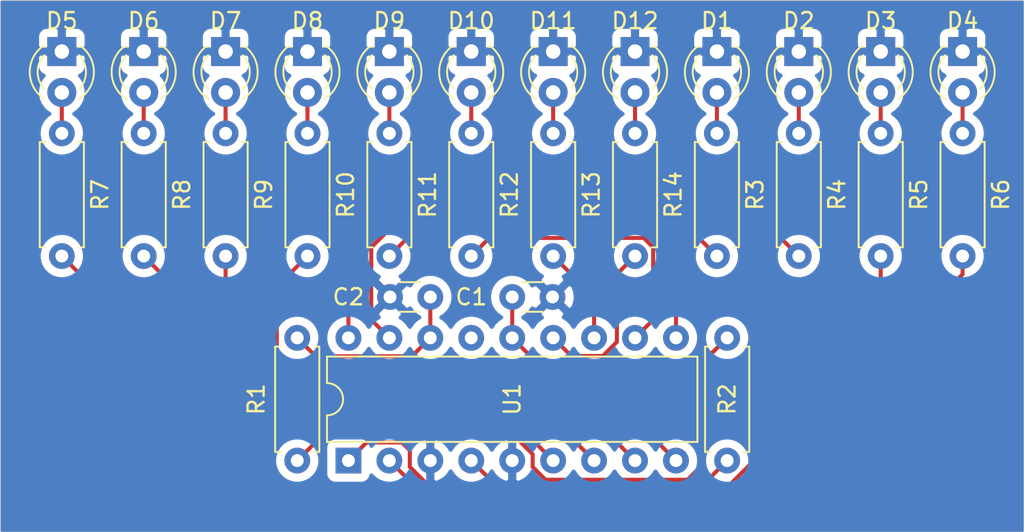
<source format=kicad_pcb>
(kicad_pcb (version 20171130) (host pcbnew "(5.1.5)-3")

  (general
    (thickness 1.6)
    (drawings 4)
    (tracks 101)
    (zones 0)
    (modules 29)
    (nets 29)
  )

  (page A4)
  (layers
    (0 F.Cu signal)
    (31 B.Cu signal)
    (32 B.Adhes user)
    (33 F.Adhes user)
    (34 B.Paste user)
    (35 F.Paste user)
    (36 B.SilkS user)
    (37 F.SilkS user)
    (38 B.Mask user)
    (39 F.Mask user)
    (40 Dwgs.User user)
    (41 Cmts.User user)
    (42 Eco1.User user)
    (43 Eco2.User user)
    (44 Edge.Cuts user)
    (45 Margin user)
    (46 B.CrtYd user)
    (47 F.CrtYd user)
    (48 B.Fab user)
    (49 F.Fab user)
  )

  (setup
    (last_trace_width 0.25)
    (trace_clearance 0.2)
    (zone_clearance 0.508)
    (zone_45_only no)
    (trace_min 0.2)
    (via_size 0.8)
    (via_drill 0.4)
    (via_min_size 0.4)
    (via_min_drill 0.3)
    (uvia_size 0.3)
    (uvia_drill 0.1)
    (uvias_allowed no)
    (uvia_min_size 0.2)
    (uvia_min_drill 0.1)
    (edge_width 0.05)
    (segment_width 0.2)
    (pcb_text_width 0.3)
    (pcb_text_size 1.5 1.5)
    (mod_edge_width 0.12)
    (mod_text_size 1 1)
    (mod_text_width 0.15)
    (pad_size 1.524 1.524)
    (pad_drill 0.762)
    (pad_to_mask_clearance 0.051)
    (solder_mask_min_width 0.25)
    (aux_axis_origin 0 0)
    (visible_elements 7FFFFFFF)
    (pcbplotparams
      (layerselection 0x010fc_ffffffff)
      (usegerberextensions false)
      (usegerberattributes false)
      (usegerberadvancedattributes false)
      (creategerberjobfile false)
      (excludeedgelayer true)
      (linewidth 0.100000)
      (plotframeref false)
      (viasonmask false)
      (mode 1)
      (useauxorigin false)
      (hpglpennumber 1)
      (hpglpenspeed 20)
      (hpglpendiameter 15.000000)
      (psnegative false)
      (psa4output false)
      (plotreference true)
      (plotvalue true)
      (plotinvisibletext false)
      (padsonsilk false)
      (subtractmaskfromsilk false)
      (outputformat 1)
      (mirror false)
      (drillshape 1)
      (scaleselection 1)
      (outputdirectory ""))
  )

  (net 0 "")
  (net 1 GND)
  (net 2 VCC)
  (net 3 "Net-(C2-Pad1)")
  (net 4 "Net-(D1-Pad2)")
  (net 5 "Net-(D2-Pad2)")
  (net 6 "Net-(D3-Pad2)")
  (net 7 "Net-(D4-Pad2)")
  (net 8 "Net-(D5-Pad2)")
  (net 9 "Net-(D6-Pad2)")
  (net 10 "Net-(D7-Pad2)")
  (net 11 "Net-(D8-Pad2)")
  (net 12 "Net-(D9-Pad2)")
  (net 13 "Net-(D10-Pad2)")
  (net 14 "Net-(D11-Pad2)")
  (net 15 "Net-(D12-Pad2)")
  (net 16 "Net-(R2-Pad1)")
  (net 17 "Net-(R3-Pad2)")
  (net 18 "Net-(R4-Pad2)")
  (net 19 "Net-(R5-Pad2)")
  (net 20 "Net-(R6-Pad2)")
  (net 21 "Net-(R7-Pad2)")
  (net 22 "Net-(R8-Pad2)")
  (net 23 "Net-(R9-Pad2)")
  (net 24 "Net-(R10-Pad2)")
  (net 25 "Net-(R11-Pad2)")
  (net 26 "Net-(R12-Pad2)")
  (net 27 "Net-(R13-Pad2)")
  (net 28 "Net-(R14-Pad2)")

  (net_class Default "This is the default net class."
    (clearance 0.2)
    (trace_width 0.25)
    (via_dia 0.8)
    (via_drill 0.4)
    (uvia_dia 0.3)
    (uvia_drill 0.1)
    (add_net GND)
    (add_net "Net-(C2-Pad1)")
    (add_net "Net-(D1-Pad2)")
    (add_net "Net-(D10-Pad2)")
    (add_net "Net-(D11-Pad2)")
    (add_net "Net-(D12-Pad2)")
    (add_net "Net-(D2-Pad2)")
    (add_net "Net-(D3-Pad2)")
    (add_net "Net-(D4-Pad2)")
    (add_net "Net-(D5-Pad2)")
    (add_net "Net-(D6-Pad2)")
    (add_net "Net-(D7-Pad2)")
    (add_net "Net-(D8-Pad2)")
    (add_net "Net-(D9-Pad2)")
    (add_net "Net-(R10-Pad2)")
    (add_net "Net-(R11-Pad2)")
    (add_net "Net-(R12-Pad2)")
    (add_net "Net-(R13-Pad2)")
    (add_net "Net-(R14-Pad2)")
    (add_net "Net-(R2-Pad1)")
    (add_net "Net-(R3-Pad2)")
    (add_net "Net-(R4-Pad2)")
    (add_net "Net-(R5-Pad2)")
    (add_net "Net-(R6-Pad2)")
    (add_net "Net-(R7-Pad2)")
    (add_net "Net-(R8-Pad2)")
    (add_net "Net-(R9-Pad2)")
    (add_net VCC)
  )

  (module Resistor_THT:R_Axial_DIN0207_L6.3mm_D2.5mm_P7.62mm_Horizontal (layer F.Cu) (tedit 5AE5139B) (tstamp 5FFA180F)
    (at 81.915 84.455 270)
    (descr "Resistor, Axial_DIN0207 series, Axial, Horizontal, pin pitch=7.62mm, 0.25W = 1/4W, length*diameter=6.3*2.5mm^2, http://cdn-reichelt.de/documents/datenblatt/B400/1_4W%23YAG.pdf")
    (tags "Resistor Axial_DIN0207 series Axial Horizontal pin pitch 7.62mm 0.25W = 1/4W length 6.3mm diameter 2.5mm")
    (path /5FFB65DF)
    (fp_text reference R1 (at 3.81 2.54 90) (layer F.SilkS)
      (effects (font (size 1 1) (thickness 0.15)))
    )
    (fp_text value 10K (at 3.81 2.37 90) (layer F.Fab)
      (effects (font (size 1 1) (thickness 0.15)))
    )
    (fp_text user %R (at 3.81 0 90) (layer F.Fab)
      (effects (font (size 1 1) (thickness 0.15)))
    )
    (fp_line (start 8.67 -1.5) (end -1.05 -1.5) (layer F.CrtYd) (width 0.05))
    (fp_line (start 8.67 1.5) (end 8.67 -1.5) (layer F.CrtYd) (width 0.05))
    (fp_line (start -1.05 1.5) (end 8.67 1.5) (layer F.CrtYd) (width 0.05))
    (fp_line (start -1.05 -1.5) (end -1.05 1.5) (layer F.CrtYd) (width 0.05))
    (fp_line (start 7.08 1.37) (end 7.08 1.04) (layer F.SilkS) (width 0.12))
    (fp_line (start 0.54 1.37) (end 7.08 1.37) (layer F.SilkS) (width 0.12))
    (fp_line (start 0.54 1.04) (end 0.54 1.37) (layer F.SilkS) (width 0.12))
    (fp_line (start 7.08 -1.37) (end 7.08 -1.04) (layer F.SilkS) (width 0.12))
    (fp_line (start 0.54 -1.37) (end 7.08 -1.37) (layer F.SilkS) (width 0.12))
    (fp_line (start 0.54 -1.04) (end 0.54 -1.37) (layer F.SilkS) (width 0.12))
    (fp_line (start 7.62 0) (end 6.96 0) (layer F.Fab) (width 0.1))
    (fp_line (start 0 0) (end 0.66 0) (layer F.Fab) (width 0.1))
    (fp_line (start 6.96 -1.25) (end 0.66 -1.25) (layer F.Fab) (width 0.1))
    (fp_line (start 6.96 1.25) (end 6.96 -1.25) (layer F.Fab) (width 0.1))
    (fp_line (start 0.66 1.25) (end 6.96 1.25) (layer F.Fab) (width 0.1))
    (fp_line (start 0.66 -1.25) (end 0.66 1.25) (layer F.Fab) (width 0.1))
    (pad 2 thru_hole oval (at 7.62 0 270) (size 1.6 1.6) (drill 0.8) (layers *.Cu *.Mask)
      (net 2 VCC))
    (pad 1 thru_hole circle (at 0 0 270) (size 1.6 1.6) (drill 0.8) (layers *.Cu *.Mask)
      (net 3 "Net-(C2-Pad1)"))
    (model ${KISYS3DMOD}/Resistor_THT.3dshapes/R_Axial_DIN0207_L6.3mm_D2.5mm_P7.62mm_Horizontal.wrl
      (at (xyz 0 0 0))
      (scale (xyz 1 1 1))
      (rotate (xyz 0 0 0))
    )
  )

  (module Capacitor_THT:C_Disc_D3.0mm_W1.6mm_P2.50mm (layer F.Cu) (tedit 5AE50EF0) (tstamp 5FFA124E)
    (at 90.17 81.915 180)
    (descr "C, Disc series, Radial, pin pitch=2.50mm, , diameter*width=3.0*1.6mm^2, Capacitor, http://www.vishay.com/docs/45233/krseries.pdf")
    (tags "C Disc series Radial pin pitch 2.50mm  diameter 3.0mm width 1.6mm Capacitor")
    (path /5FFB7A26)
    (fp_text reference C2 (at 5.08 0) (layer F.SilkS)
      (effects (font (size 1 1) (thickness 0.15)))
    )
    (fp_text value 22pF (at 1.25 2.05) (layer F.Fab)
      (effects (font (size 1 1) (thickness 0.15)))
    )
    (fp_text user %R (at 1.25 0) (layer F.Fab)
      (effects (font (size 0.6 0.6) (thickness 0.09)))
    )
    (fp_line (start 3.55 -1.05) (end -1.05 -1.05) (layer F.CrtYd) (width 0.05))
    (fp_line (start 3.55 1.05) (end 3.55 -1.05) (layer F.CrtYd) (width 0.05))
    (fp_line (start -1.05 1.05) (end 3.55 1.05) (layer F.CrtYd) (width 0.05))
    (fp_line (start -1.05 -1.05) (end -1.05 1.05) (layer F.CrtYd) (width 0.05))
    (fp_line (start 0.621 0.92) (end 1.879 0.92) (layer F.SilkS) (width 0.12))
    (fp_line (start 0.621 -0.92) (end 1.879 -0.92) (layer F.SilkS) (width 0.12))
    (fp_line (start 2.75 -0.8) (end -0.25 -0.8) (layer F.Fab) (width 0.1))
    (fp_line (start 2.75 0.8) (end 2.75 -0.8) (layer F.Fab) (width 0.1))
    (fp_line (start -0.25 0.8) (end 2.75 0.8) (layer F.Fab) (width 0.1))
    (fp_line (start -0.25 -0.8) (end -0.25 0.8) (layer F.Fab) (width 0.1))
    (pad 2 thru_hole circle (at 2.5 0 180) (size 1.6 1.6) (drill 0.8) (layers *.Cu *.Mask)
      (net 1 GND))
    (pad 1 thru_hole circle (at 0 0 180) (size 1.6 1.6) (drill 0.8) (layers *.Cu *.Mask)
      (net 3 "Net-(C2-Pad1)"))
    (model ${KISYS3DMOD}/Capacitor_THT.3dshapes/C_Disc_D3.0mm_W1.6mm_P2.50mm.wrl
      (at (xyz 0 0 0))
      (scale (xyz 1 1 1))
      (rotate (xyz 0 0 0))
    )
  )

  (module LED_THT:LED_D3.0mm (layer F.Cu) (tedit 587A3A7B) (tstamp 5FF9793D)
    (at 87.63 66.675 270)
    (descr "LED, diameter 3.0mm, 2 pins")
    (tags "LED diameter 3.0mm 2 pins")
    (path /5FF9DFE4)
    (fp_text reference D9 (at -1.905 0 180) (layer F.SilkS)
      (effects (font (size 1 1) (thickness 0.15)))
    )
    (fp_text value LED (at 1.27 2.96 90) (layer F.Fab)
      (effects (font (size 1 1) (thickness 0.15)))
    )
    (fp_arc (start 1.27 0) (end -0.23 -1.16619) (angle 284.3) (layer F.Fab) (width 0.1))
    (fp_arc (start 1.27 0) (end -0.29 -1.235516) (angle 108.8) (layer F.SilkS) (width 0.12))
    (fp_arc (start 1.27 0) (end -0.29 1.235516) (angle -108.8) (layer F.SilkS) (width 0.12))
    (fp_arc (start 1.27 0) (end 0.229039 -1.08) (angle 87.9) (layer F.SilkS) (width 0.12))
    (fp_arc (start 1.27 0) (end 0.229039 1.08) (angle -87.9) (layer F.SilkS) (width 0.12))
    (fp_circle (center 1.27 0) (end 2.77 0) (layer F.Fab) (width 0.1))
    (fp_line (start -0.23 -1.16619) (end -0.23 1.16619) (layer F.Fab) (width 0.1))
    (fp_line (start -0.29 -1.236) (end -0.29 -1.08) (layer F.SilkS) (width 0.12))
    (fp_line (start -0.29 1.08) (end -0.29 1.236) (layer F.SilkS) (width 0.12))
    (fp_line (start -1.15 -2.25) (end -1.15 2.25) (layer F.CrtYd) (width 0.05))
    (fp_line (start -1.15 2.25) (end 3.7 2.25) (layer F.CrtYd) (width 0.05))
    (fp_line (start 3.7 2.25) (end 3.7 -2.25) (layer F.CrtYd) (width 0.05))
    (fp_line (start 3.7 -2.25) (end -1.15 -2.25) (layer F.CrtYd) (width 0.05))
    (pad 1 thru_hole rect (at 0 0 270) (size 1.8 1.8) (drill 0.9) (layers *.Cu *.Mask)
      (net 1 GND))
    (pad 2 thru_hole circle (at 2.54 0 270) (size 1.8 1.8) (drill 0.9) (layers *.Cu *.Mask)
      (net 12 "Net-(D9-Pad2)"))
    (model ${KISYS3DMOD}/LED_THT.3dshapes/LED_D3.0mm.wrl
      (at (xyz 0 0 0))
      (scale (xyz 1 1 1))
      (rotate (xyz 0 0 0))
    )
  )

  (module LED_THT:LED_D3.0mm (layer F.Cu) (tedit 587A3A7B) (tstamp 5FF97963)
    (at 97.79 66.675 270)
    (descr "LED, diameter 3.0mm, 2 pins")
    (tags "LED diameter 3.0mm 2 pins")
    (path /5FF9EAC4)
    (fp_text reference D11 (at -1.905 0 180) (layer F.SilkS)
      (effects (font (size 1 1) (thickness 0.15)))
    )
    (fp_text value LED (at 1.27 2.96 90) (layer F.Fab)
      (effects (font (size 1 1) (thickness 0.15)))
    )
    (fp_arc (start 1.27 0) (end -0.23 -1.16619) (angle 284.3) (layer F.Fab) (width 0.1))
    (fp_arc (start 1.27 0) (end -0.29 -1.235516) (angle 108.8) (layer F.SilkS) (width 0.12))
    (fp_arc (start 1.27 0) (end -0.29 1.235516) (angle -108.8) (layer F.SilkS) (width 0.12))
    (fp_arc (start 1.27 0) (end 0.229039 -1.08) (angle 87.9) (layer F.SilkS) (width 0.12))
    (fp_arc (start 1.27 0) (end 0.229039 1.08) (angle -87.9) (layer F.SilkS) (width 0.12))
    (fp_circle (center 1.27 0) (end 2.77 0) (layer F.Fab) (width 0.1))
    (fp_line (start -0.23 -1.16619) (end -0.23 1.16619) (layer F.Fab) (width 0.1))
    (fp_line (start -0.29 -1.236) (end -0.29 -1.08) (layer F.SilkS) (width 0.12))
    (fp_line (start -0.29 1.08) (end -0.29 1.236) (layer F.SilkS) (width 0.12))
    (fp_line (start -1.15 -2.25) (end -1.15 2.25) (layer F.CrtYd) (width 0.05))
    (fp_line (start -1.15 2.25) (end 3.7 2.25) (layer F.CrtYd) (width 0.05))
    (fp_line (start 3.7 2.25) (end 3.7 -2.25) (layer F.CrtYd) (width 0.05))
    (fp_line (start 3.7 -2.25) (end -1.15 -2.25) (layer F.CrtYd) (width 0.05))
    (pad 1 thru_hole rect (at 0 0 270) (size 1.8 1.8) (drill 0.9) (layers *.Cu *.Mask)
      (net 1 GND))
    (pad 2 thru_hole circle (at 2.54 0 270) (size 1.8 1.8) (drill 0.9) (layers *.Cu *.Mask)
      (net 14 "Net-(D11-Pad2)"))
    (model ${KISYS3DMOD}/LED_THT.3dshapes/LED_D3.0mm.wrl
      (at (xyz 0 0 0))
      (scale (xyz 1 1 1))
      (rotate (xyz 0 0 0))
    )
  )

  (module LED_THT:LED_D3.0mm (layer F.Cu) (tedit 587A3A7B) (tstamp 5FF97950)
    (at 92.71 66.675 270)
    (descr "LED, diameter 3.0mm, 2 pins")
    (tags "LED diameter 3.0mm 2 pins")
    (path /5FF9E60C)
    (fp_text reference D10 (at -1.905 0 180) (layer F.SilkS)
      (effects (font (size 1 1) (thickness 0.15)))
    )
    (fp_text value LED (at 1.27 2.96 90) (layer F.Fab)
      (effects (font (size 1 1) (thickness 0.15)))
    )
    (fp_line (start 3.7 -2.25) (end -1.15 -2.25) (layer F.CrtYd) (width 0.05))
    (fp_line (start 3.7 2.25) (end 3.7 -2.25) (layer F.CrtYd) (width 0.05))
    (fp_line (start -1.15 2.25) (end 3.7 2.25) (layer F.CrtYd) (width 0.05))
    (fp_line (start -1.15 -2.25) (end -1.15 2.25) (layer F.CrtYd) (width 0.05))
    (fp_line (start -0.29 1.08) (end -0.29 1.236) (layer F.SilkS) (width 0.12))
    (fp_line (start -0.29 -1.236) (end -0.29 -1.08) (layer F.SilkS) (width 0.12))
    (fp_line (start -0.23 -1.16619) (end -0.23 1.16619) (layer F.Fab) (width 0.1))
    (fp_circle (center 1.27 0) (end 2.77 0) (layer F.Fab) (width 0.1))
    (fp_arc (start 1.27 0) (end 0.229039 1.08) (angle -87.9) (layer F.SilkS) (width 0.12))
    (fp_arc (start 1.27 0) (end 0.229039 -1.08) (angle 87.9) (layer F.SilkS) (width 0.12))
    (fp_arc (start 1.27 0) (end -0.29 1.235516) (angle -108.8) (layer F.SilkS) (width 0.12))
    (fp_arc (start 1.27 0) (end -0.29 -1.235516) (angle 108.8) (layer F.SilkS) (width 0.12))
    (fp_arc (start 1.27 0) (end -0.23 -1.16619) (angle 284.3) (layer F.Fab) (width 0.1))
    (pad 2 thru_hole circle (at 2.54 0 270) (size 1.8 1.8) (drill 0.9) (layers *.Cu *.Mask)
      (net 13 "Net-(D10-Pad2)"))
    (pad 1 thru_hole rect (at 0 0 270) (size 1.8 1.8) (drill 0.9) (layers *.Cu *.Mask)
      (net 1 GND))
    (model ${KISYS3DMOD}/LED_THT.3dshapes/LED_D3.0mm.wrl
      (at (xyz 0 0 0))
      (scale (xyz 1 1 1))
      (rotate (xyz 0 0 0))
    )
  )

  (module LED_THT:LED_D3.0mm (layer F.Cu) (tedit 587A3A7B) (tstamp 5FFA1459)
    (at 77.47 66.675 270)
    (descr "LED, diameter 3.0mm, 2 pins")
    (tags "LED diameter 3.0mm 2 pins")
    (path /5FF9B5B1)
    (fp_text reference D7 (at -1.905 0 180) (layer F.SilkS)
      (effects (font (size 1 1) (thickness 0.15)))
    )
    (fp_text value LED (at 1.27 2.96 90) (layer F.Fab)
      (effects (font (size 1 1) (thickness 0.15)))
    )
    (fp_arc (start 1.27 0) (end -0.23 -1.16619) (angle 284.3) (layer F.Fab) (width 0.1))
    (fp_arc (start 1.27 0) (end -0.29 -1.235516) (angle 108.8) (layer F.SilkS) (width 0.12))
    (fp_arc (start 1.27 0) (end -0.29 1.235516) (angle -108.8) (layer F.SilkS) (width 0.12))
    (fp_arc (start 1.27 0) (end 0.229039 -1.08) (angle 87.9) (layer F.SilkS) (width 0.12))
    (fp_arc (start 1.27 0) (end 0.229039 1.08) (angle -87.9) (layer F.SilkS) (width 0.12))
    (fp_circle (center 1.27 0) (end 2.77 0) (layer F.Fab) (width 0.1))
    (fp_line (start -0.23 -1.16619) (end -0.23 1.16619) (layer F.Fab) (width 0.1))
    (fp_line (start -0.29 -1.236) (end -0.29 -1.08) (layer F.SilkS) (width 0.12))
    (fp_line (start -0.29 1.08) (end -0.29 1.236) (layer F.SilkS) (width 0.12))
    (fp_line (start -1.15 -2.25) (end -1.15 2.25) (layer F.CrtYd) (width 0.05))
    (fp_line (start -1.15 2.25) (end 3.7 2.25) (layer F.CrtYd) (width 0.05))
    (fp_line (start 3.7 2.25) (end 3.7 -2.25) (layer F.CrtYd) (width 0.05))
    (fp_line (start 3.7 -2.25) (end -1.15 -2.25) (layer F.CrtYd) (width 0.05))
    (pad 1 thru_hole rect (at 0 0 270) (size 1.8 1.8) (drill 0.9) (layers *.Cu *.Mask)
      (net 1 GND))
    (pad 2 thru_hole circle (at 2.54 0 270) (size 1.8 1.8) (drill 0.9) (layers *.Cu *.Mask)
      (net 10 "Net-(D7-Pad2)"))
    (model ${KISYS3DMOD}/LED_THT.3dshapes/LED_D3.0mm.wrl
      (at (xyz 0 0 0))
      (scale (xyz 1 1 1))
      (rotate (xyz 0 0 0))
    )
  )

  (module LED_THT:LED_D3.0mm (layer F.Cu) (tedit 587A3A7B) (tstamp 5FF9792A)
    (at 82.55 66.675 270)
    (descr "LED, diameter 3.0mm, 2 pins")
    (tags "LED diameter 3.0mm 2 pins")
    (path /5FF9DA92)
    (fp_text reference D8 (at -1.905 0 180) (layer F.SilkS)
      (effects (font (size 1 1) (thickness 0.15)))
    )
    (fp_text value LED (at 1.27 2.96 90) (layer F.Fab)
      (effects (font (size 1 1) (thickness 0.15)))
    )
    (fp_line (start 3.7 -2.25) (end -1.15 -2.25) (layer F.CrtYd) (width 0.05))
    (fp_line (start 3.7 2.25) (end 3.7 -2.25) (layer F.CrtYd) (width 0.05))
    (fp_line (start -1.15 2.25) (end 3.7 2.25) (layer F.CrtYd) (width 0.05))
    (fp_line (start -1.15 -2.25) (end -1.15 2.25) (layer F.CrtYd) (width 0.05))
    (fp_line (start -0.29 1.08) (end -0.29 1.236) (layer F.SilkS) (width 0.12))
    (fp_line (start -0.29 -1.236) (end -0.29 -1.08) (layer F.SilkS) (width 0.12))
    (fp_line (start -0.23 -1.16619) (end -0.23 1.16619) (layer F.Fab) (width 0.1))
    (fp_circle (center 1.27 0) (end 2.77 0) (layer F.Fab) (width 0.1))
    (fp_arc (start 1.27 0) (end 0.229039 1.08) (angle -87.9) (layer F.SilkS) (width 0.12))
    (fp_arc (start 1.27 0) (end 0.229039 -1.08) (angle 87.9) (layer F.SilkS) (width 0.12))
    (fp_arc (start 1.27 0) (end -0.29 1.235516) (angle -108.8) (layer F.SilkS) (width 0.12))
    (fp_arc (start 1.27 0) (end -0.29 -1.235516) (angle 108.8) (layer F.SilkS) (width 0.12))
    (fp_arc (start 1.27 0) (end -0.23 -1.16619) (angle 284.3) (layer F.Fab) (width 0.1))
    (pad 2 thru_hole circle (at 2.54 0 270) (size 1.8 1.8) (drill 0.9) (layers *.Cu *.Mask)
      (net 11 "Net-(D8-Pad2)"))
    (pad 1 thru_hole rect (at 0 0 270) (size 1.8 1.8) (drill 0.9) (layers *.Cu *.Mask)
      (net 1 GND))
    (model ${KISYS3DMOD}/LED_THT.3dshapes/LED_D3.0mm.wrl
      (at (xyz 0 0 0))
      (scale (xyz 1 1 1))
      (rotate (xyz 0 0 0))
    )
  )

  (module LED_THT:LED_D3.0mm (layer F.Cu) (tedit 587A3A7B) (tstamp 5FF97976)
    (at 102.87 66.675 270)
    (descr "LED, diameter 3.0mm, 2 pins")
    (tags "LED diameter 3.0mm 2 pins")
    (path /5FFA0A8D)
    (fp_text reference D12 (at -1.905 0 180) (layer F.SilkS)
      (effects (font (size 1 1) (thickness 0.15)))
    )
    (fp_text value LED (at 1.27 2.96 90) (layer F.Fab)
      (effects (font (size 1 1) (thickness 0.15)))
    )
    (fp_line (start 3.7 -2.25) (end -1.15 -2.25) (layer F.CrtYd) (width 0.05))
    (fp_line (start 3.7 2.25) (end 3.7 -2.25) (layer F.CrtYd) (width 0.05))
    (fp_line (start -1.15 2.25) (end 3.7 2.25) (layer F.CrtYd) (width 0.05))
    (fp_line (start -1.15 -2.25) (end -1.15 2.25) (layer F.CrtYd) (width 0.05))
    (fp_line (start -0.29 1.08) (end -0.29 1.236) (layer F.SilkS) (width 0.12))
    (fp_line (start -0.29 -1.236) (end -0.29 -1.08) (layer F.SilkS) (width 0.12))
    (fp_line (start -0.23 -1.16619) (end -0.23 1.16619) (layer F.Fab) (width 0.1))
    (fp_circle (center 1.27 0) (end 2.77 0) (layer F.Fab) (width 0.1))
    (fp_arc (start 1.27 0) (end 0.229039 1.08) (angle -87.9) (layer F.SilkS) (width 0.12))
    (fp_arc (start 1.27 0) (end 0.229039 -1.08) (angle 87.9) (layer F.SilkS) (width 0.12))
    (fp_arc (start 1.27 0) (end -0.29 1.235516) (angle -108.8) (layer F.SilkS) (width 0.12))
    (fp_arc (start 1.27 0) (end -0.29 -1.235516) (angle 108.8) (layer F.SilkS) (width 0.12))
    (fp_arc (start 1.27 0) (end -0.23 -1.16619) (angle 284.3) (layer F.Fab) (width 0.1))
    (pad 2 thru_hole circle (at 2.54 0 270) (size 1.8 1.8) (drill 0.9) (layers *.Cu *.Mask)
      (net 15 "Net-(D12-Pad2)"))
    (pad 1 thru_hole rect (at 0 0 270) (size 1.8 1.8) (drill 0.9) (layers *.Cu *.Mask)
      (net 1 GND))
    (model ${KISYS3DMOD}/LED_THT.3dshapes/LED_D3.0mm.wrl
      (at (xyz 0 0 0))
      (scale (xyz 1 1 1))
      (rotate (xyz 0 0 0))
    )
  )

  (module LED_THT:LED_D3.0mm (layer F.Cu) (tedit 587A3A7B) (tstamp 5FF978CB)
    (at 118.11 66.675 270)
    (descr "LED, diameter 3.0mm, 2 pins")
    (tags "LED diameter 3.0mm 2 pins")
    (path /5FF9A0EC)
    (fp_text reference D3 (at -1.905 0 180) (layer F.SilkS)
      (effects (font (size 1 1) (thickness 0.15)))
    )
    (fp_text value LED (at 1.27 2.96 90) (layer F.Fab)
      (effects (font (size 1 1) (thickness 0.15)))
    )
    (fp_arc (start 1.27 0) (end -0.23 -1.16619) (angle 284.3) (layer F.Fab) (width 0.1))
    (fp_arc (start 1.27 0) (end -0.29 -1.235516) (angle 108.8) (layer F.SilkS) (width 0.12))
    (fp_arc (start 1.27 0) (end -0.29 1.235516) (angle -108.8) (layer F.SilkS) (width 0.12))
    (fp_arc (start 1.27 0) (end 0.229039 -1.08) (angle 87.9) (layer F.SilkS) (width 0.12))
    (fp_arc (start 1.27 0) (end 0.229039 1.08) (angle -87.9) (layer F.SilkS) (width 0.12))
    (fp_circle (center 1.27 0) (end 2.77 0) (layer F.Fab) (width 0.1))
    (fp_line (start -0.23 -1.16619) (end -0.23 1.16619) (layer F.Fab) (width 0.1))
    (fp_line (start -0.29 -1.236) (end -0.29 -1.08) (layer F.SilkS) (width 0.12))
    (fp_line (start -0.29 1.08) (end -0.29 1.236) (layer F.SilkS) (width 0.12))
    (fp_line (start -1.15 -2.25) (end -1.15 2.25) (layer F.CrtYd) (width 0.05))
    (fp_line (start -1.15 2.25) (end 3.7 2.25) (layer F.CrtYd) (width 0.05))
    (fp_line (start 3.7 2.25) (end 3.7 -2.25) (layer F.CrtYd) (width 0.05))
    (fp_line (start 3.7 -2.25) (end -1.15 -2.25) (layer F.CrtYd) (width 0.05))
    (pad 1 thru_hole rect (at 0 0 270) (size 1.8 1.8) (drill 0.9) (layers *.Cu *.Mask)
      (net 1 GND))
    (pad 2 thru_hole circle (at 2.54 0 270) (size 1.8 1.8) (drill 0.9) (layers *.Cu *.Mask)
      (net 6 "Net-(D3-Pad2)"))
    (model ${KISYS3DMOD}/LED_THT.3dshapes/LED_D3.0mm.wrl
      (at (xyz 0 0 0))
      (scale (xyz 1 1 1))
      (rotate (xyz 0 0 0))
    )
  )

  (module LED_THT:LED_D3.0mm (layer F.Cu) (tedit 587A3A7B) (tstamp 5FF978DE)
    (at 123.19 66.675 270)
    (descr "LED, diameter 3.0mm, 2 pins")
    (tags "LED diameter 3.0mm 2 pins")
    (path /5FF9A416)
    (fp_text reference D4 (at -1.905 0 180) (layer F.SilkS)
      (effects (font (size 1 1) (thickness 0.15)))
    )
    (fp_text value LED (at 1.27 2.96 90) (layer F.Fab)
      (effects (font (size 1 1) (thickness 0.15)))
    )
    (fp_line (start 3.7 -2.25) (end -1.15 -2.25) (layer F.CrtYd) (width 0.05))
    (fp_line (start 3.7 2.25) (end 3.7 -2.25) (layer F.CrtYd) (width 0.05))
    (fp_line (start -1.15 2.25) (end 3.7 2.25) (layer F.CrtYd) (width 0.05))
    (fp_line (start -1.15 -2.25) (end -1.15 2.25) (layer F.CrtYd) (width 0.05))
    (fp_line (start -0.29 1.08) (end -0.29 1.236) (layer F.SilkS) (width 0.12))
    (fp_line (start -0.29 -1.236) (end -0.29 -1.08) (layer F.SilkS) (width 0.12))
    (fp_line (start -0.23 -1.16619) (end -0.23 1.16619) (layer F.Fab) (width 0.1))
    (fp_circle (center 1.27 0) (end 2.77 0) (layer F.Fab) (width 0.1))
    (fp_arc (start 1.27 0) (end 0.229039 1.08) (angle -87.9) (layer F.SilkS) (width 0.12))
    (fp_arc (start 1.27 0) (end 0.229039 -1.08) (angle 87.9) (layer F.SilkS) (width 0.12))
    (fp_arc (start 1.27 0) (end -0.29 1.235516) (angle -108.8) (layer F.SilkS) (width 0.12))
    (fp_arc (start 1.27 0) (end -0.29 -1.235516) (angle 108.8) (layer F.SilkS) (width 0.12))
    (fp_arc (start 1.27 0) (end -0.23 -1.16619) (angle 284.3) (layer F.Fab) (width 0.1))
    (pad 2 thru_hole circle (at 2.54 0 270) (size 1.8 1.8) (drill 0.9) (layers *.Cu *.Mask)
      (net 7 "Net-(D4-Pad2)"))
    (pad 1 thru_hole rect (at 0 0 270) (size 1.8 1.8) (drill 0.9) (layers *.Cu *.Mask)
      (net 1 GND))
    (model ${KISYS3DMOD}/LED_THT.3dshapes/LED_D3.0mm.wrl
      (at (xyz 0 0 0))
      (scale (xyz 1 1 1))
      (rotate (xyz 0 0 0))
    )
  )

  (module LED_THT:LED_D3.0mm (layer F.Cu) (tedit 587A3A7B) (tstamp 5FF978F1)
    (at 67.31 66.675 270)
    (descr "LED, diameter 3.0mm, 2 pins")
    (tags "LED diameter 3.0mm 2 pins")
    (path /5FF9A95B)
    (fp_text reference D5 (at -1.905 0) (layer F.SilkS)
      (effects (font (size 1 1) (thickness 0.15)))
    )
    (fp_text value LED (at 1.27 2.96 90) (layer F.Fab)
      (effects (font (size 1 1) (thickness 0.15)))
    )
    (fp_arc (start 1.27 0) (end -0.23 -1.16619) (angle 284.3) (layer F.Fab) (width 0.1))
    (fp_arc (start 1.27 0) (end -0.29 -1.235516) (angle 108.8) (layer F.SilkS) (width 0.12))
    (fp_arc (start 1.27 0) (end -0.29 1.235516) (angle -108.8) (layer F.SilkS) (width 0.12))
    (fp_arc (start 1.27 0) (end 0.229039 -1.08) (angle 87.9) (layer F.SilkS) (width 0.12))
    (fp_arc (start 1.27 0) (end 0.229039 1.08) (angle -87.9) (layer F.SilkS) (width 0.12))
    (fp_circle (center 1.27 0) (end 2.77 0) (layer F.Fab) (width 0.1))
    (fp_line (start -0.23 -1.16619) (end -0.23 1.16619) (layer F.Fab) (width 0.1))
    (fp_line (start -0.29 -1.236) (end -0.29 -1.08) (layer F.SilkS) (width 0.12))
    (fp_line (start -0.29 1.08) (end -0.29 1.236) (layer F.SilkS) (width 0.12))
    (fp_line (start -1.15 -2.25) (end -1.15 2.25) (layer F.CrtYd) (width 0.05))
    (fp_line (start -1.15 2.25) (end 3.7 2.25) (layer F.CrtYd) (width 0.05))
    (fp_line (start 3.7 2.25) (end 3.7 -2.25) (layer F.CrtYd) (width 0.05))
    (fp_line (start 3.7 -2.25) (end -1.15 -2.25) (layer F.CrtYd) (width 0.05))
    (pad 1 thru_hole rect (at 0 0 270) (size 1.8 1.8) (drill 0.9) (layers *.Cu *.Mask)
      (net 1 GND))
    (pad 2 thru_hole circle (at 2.54 0 270) (size 1.8 1.8) (drill 0.9) (layers *.Cu *.Mask)
      (net 8 "Net-(D5-Pad2)"))
    (model ${KISYS3DMOD}/LED_THT.3dshapes/LED_D3.0mm.wrl
      (at (xyz 0 0 0))
      (scale (xyz 1 1 1))
      (rotate (xyz 0 0 0))
    )
  )

  (module LED_THT:LED_D3.0mm (layer F.Cu) (tedit 587A3A7B) (tstamp 5FF97904)
    (at 72.39 66.675 270)
    (descr "LED, diameter 3.0mm, 2 pins")
    (tags "LED diameter 3.0mm 2 pins")
    (path /5FF9B104)
    (fp_text reference D6 (at -1.905 0 180) (layer F.SilkS)
      (effects (font (size 1 1) (thickness 0.15)))
    )
    (fp_text value LED (at 1.27 2.96 90) (layer F.Fab)
      (effects (font (size 1 1) (thickness 0.15)))
    )
    (fp_line (start 3.7 -2.25) (end -1.15 -2.25) (layer F.CrtYd) (width 0.05))
    (fp_line (start 3.7 2.25) (end 3.7 -2.25) (layer F.CrtYd) (width 0.05))
    (fp_line (start -1.15 2.25) (end 3.7 2.25) (layer F.CrtYd) (width 0.05))
    (fp_line (start -1.15 -2.25) (end -1.15 2.25) (layer F.CrtYd) (width 0.05))
    (fp_line (start -0.29 1.08) (end -0.29 1.236) (layer F.SilkS) (width 0.12))
    (fp_line (start -0.29 -1.236) (end -0.29 -1.08) (layer F.SilkS) (width 0.12))
    (fp_line (start -0.23 -1.16619) (end -0.23 1.16619) (layer F.Fab) (width 0.1))
    (fp_circle (center 1.27 0) (end 2.77 0) (layer F.Fab) (width 0.1))
    (fp_arc (start 1.27 0) (end 0.229039 1.08) (angle -87.9) (layer F.SilkS) (width 0.12))
    (fp_arc (start 1.27 0) (end 0.229039 -1.08) (angle 87.9) (layer F.SilkS) (width 0.12))
    (fp_arc (start 1.27 0) (end -0.29 1.235516) (angle -108.8) (layer F.SilkS) (width 0.12))
    (fp_arc (start 1.27 0) (end -0.29 -1.235516) (angle 108.8) (layer F.SilkS) (width 0.12))
    (fp_arc (start 1.27 0) (end -0.23 -1.16619) (angle 284.3) (layer F.Fab) (width 0.1))
    (pad 2 thru_hole circle (at 2.54 0 270) (size 1.8 1.8) (drill 0.9) (layers *.Cu *.Mask)
      (net 9 "Net-(D6-Pad2)"))
    (pad 1 thru_hole rect (at 0 0 270) (size 1.8 1.8) (drill 0.9) (layers *.Cu *.Mask)
      (net 1 GND))
    (model ${KISYS3DMOD}/LED_THT.3dshapes/LED_D3.0mm.wrl
      (at (xyz 0 0 0))
      (scale (xyz 1 1 1))
      (rotate (xyz 0 0 0))
    )
  )

  (module LED_THT:LED_D3.0mm (layer F.Cu) (tedit 587A3A7B) (tstamp 5FF978A5)
    (at 107.95 66.675 270)
    (descr "LED, diameter 3.0mm, 2 pins")
    (tags "LED diameter 3.0mm 2 pins")
    (path /5FF98F8E)
    (fp_text reference D1 (at -1.905 0 180) (layer F.SilkS)
      (effects (font (size 1 1) (thickness 0.15)))
    )
    (fp_text value LED (at 1.27 2.96 90) (layer F.Fab)
      (effects (font (size 1 1) (thickness 0.15)))
    )
    (fp_line (start 3.7 -2.25) (end -1.15 -2.25) (layer F.CrtYd) (width 0.05))
    (fp_line (start 3.7 2.25) (end 3.7 -2.25) (layer F.CrtYd) (width 0.05))
    (fp_line (start -1.15 2.25) (end 3.7 2.25) (layer F.CrtYd) (width 0.05))
    (fp_line (start -1.15 -2.25) (end -1.15 2.25) (layer F.CrtYd) (width 0.05))
    (fp_line (start -0.29 1.08) (end -0.29 1.236) (layer F.SilkS) (width 0.12))
    (fp_line (start -0.29 -1.236) (end -0.29 -1.08) (layer F.SilkS) (width 0.12))
    (fp_line (start -0.23 -1.16619) (end -0.23 1.16619) (layer F.Fab) (width 0.1))
    (fp_circle (center 1.27 0) (end 2.77 0) (layer F.Fab) (width 0.1))
    (fp_arc (start 1.27 0) (end 0.229039 1.08) (angle -87.9) (layer F.SilkS) (width 0.12))
    (fp_arc (start 1.27 0) (end 0.229039 -1.08) (angle 87.9) (layer F.SilkS) (width 0.12))
    (fp_arc (start 1.27 0) (end -0.29 1.235516) (angle -108.8) (layer F.SilkS) (width 0.12))
    (fp_arc (start 1.27 0) (end -0.29 -1.235516) (angle 108.8) (layer F.SilkS) (width 0.12))
    (fp_arc (start 1.27 0) (end -0.23 -1.16619) (angle 284.3) (layer F.Fab) (width 0.1))
    (pad 2 thru_hole circle (at 2.54 0 270) (size 1.8 1.8) (drill 0.9) (layers *.Cu *.Mask)
      (net 4 "Net-(D1-Pad2)"))
    (pad 1 thru_hole rect (at 0 0 270) (size 1.8 1.8) (drill 0.9) (layers *.Cu *.Mask)
      (net 1 GND))
    (model ${KISYS3DMOD}/LED_THT.3dshapes/LED_D3.0mm.wrl
      (at (xyz 0 0 0))
      (scale (xyz 1 1 1))
      (rotate (xyz 0 0 0))
    )
  )

  (module LED_THT:LED_D3.0mm (layer F.Cu) (tedit 587A3A7B) (tstamp 5FF978B8)
    (at 113.03 66.675 270)
    (descr "LED, diameter 3.0mm, 2 pins")
    (tags "LED diameter 3.0mm 2 pins")
    (path /5FF99D19)
    (fp_text reference D2 (at -1.905 0 180) (layer F.SilkS)
      (effects (font (size 1 1) (thickness 0.15)))
    )
    (fp_text value LED (at 1.27 2.96 90) (layer F.Fab)
      (effects (font (size 1 1) (thickness 0.15)))
    )
    (fp_arc (start 1.27 0) (end -0.23 -1.16619) (angle 284.3) (layer F.Fab) (width 0.1))
    (fp_arc (start 1.27 0) (end -0.29 -1.235516) (angle 108.8) (layer F.SilkS) (width 0.12))
    (fp_arc (start 1.27 0) (end -0.29 1.235516) (angle -108.8) (layer F.SilkS) (width 0.12))
    (fp_arc (start 1.27 0) (end 0.229039 -1.08) (angle 87.9) (layer F.SilkS) (width 0.12))
    (fp_arc (start 1.27 0) (end 0.229039 1.08) (angle -87.9) (layer F.SilkS) (width 0.12))
    (fp_circle (center 1.27 0) (end 2.77 0) (layer F.Fab) (width 0.1))
    (fp_line (start -0.23 -1.16619) (end -0.23 1.16619) (layer F.Fab) (width 0.1))
    (fp_line (start -0.29 -1.236) (end -0.29 -1.08) (layer F.SilkS) (width 0.12))
    (fp_line (start -0.29 1.08) (end -0.29 1.236) (layer F.SilkS) (width 0.12))
    (fp_line (start -1.15 -2.25) (end -1.15 2.25) (layer F.CrtYd) (width 0.05))
    (fp_line (start -1.15 2.25) (end 3.7 2.25) (layer F.CrtYd) (width 0.05))
    (fp_line (start 3.7 2.25) (end 3.7 -2.25) (layer F.CrtYd) (width 0.05))
    (fp_line (start 3.7 -2.25) (end -1.15 -2.25) (layer F.CrtYd) (width 0.05))
    (pad 1 thru_hole rect (at 0 0 270) (size 1.8 1.8) (drill 0.9) (layers *.Cu *.Mask)
      (net 1 GND))
    (pad 2 thru_hole circle (at 2.54 0 270) (size 1.8 1.8) (drill 0.9) (layers *.Cu *.Mask)
      (net 5 "Net-(D2-Pad2)"))
    (model ${KISYS3DMOD}/LED_THT.3dshapes/LED_D3.0mm.wrl
      (at (xyz 0 0 0))
      (scale (xyz 1 1 1))
      (rotate (xyz 0 0 0))
    )
  )

  (module Resistor_THT:R_Axial_DIN0207_L6.3mm_D2.5mm_P7.62mm_Horizontal (layer F.Cu) (tedit 5AE5139B) (tstamp 5FF97A45)
    (at 77.47 71.755 270)
    (descr "Resistor, Axial_DIN0207 series, Axial, Horizontal, pin pitch=7.62mm, 0.25W = 1/4W, length*diameter=6.3*2.5mm^2, http://cdn-reichelt.de/documents/datenblatt/B400/1_4W%23YAG.pdf")
    (tags "Resistor Axial_DIN0207 series Axial Horizontal pin pitch 7.62mm 0.25W = 1/4W length 6.3mm diameter 2.5mm")
    (path /5FF94201)
    (fp_text reference R9 (at 3.81 -2.37 90) (layer F.SilkS)
      (effects (font (size 1 1) (thickness 0.15)))
    )
    (fp_text value 330R (at 3.81 2.37 90) (layer F.Fab)
      (effects (font (size 1 1) (thickness 0.15)))
    )
    (fp_line (start 0.66 -1.25) (end 0.66 1.25) (layer F.Fab) (width 0.1))
    (fp_line (start 0.66 1.25) (end 6.96 1.25) (layer F.Fab) (width 0.1))
    (fp_line (start 6.96 1.25) (end 6.96 -1.25) (layer F.Fab) (width 0.1))
    (fp_line (start 6.96 -1.25) (end 0.66 -1.25) (layer F.Fab) (width 0.1))
    (fp_line (start 0 0) (end 0.66 0) (layer F.Fab) (width 0.1))
    (fp_line (start 7.62 0) (end 6.96 0) (layer F.Fab) (width 0.1))
    (fp_line (start 0.54 -1.04) (end 0.54 -1.37) (layer F.SilkS) (width 0.12))
    (fp_line (start 0.54 -1.37) (end 7.08 -1.37) (layer F.SilkS) (width 0.12))
    (fp_line (start 7.08 -1.37) (end 7.08 -1.04) (layer F.SilkS) (width 0.12))
    (fp_line (start 0.54 1.04) (end 0.54 1.37) (layer F.SilkS) (width 0.12))
    (fp_line (start 0.54 1.37) (end 7.08 1.37) (layer F.SilkS) (width 0.12))
    (fp_line (start 7.08 1.37) (end 7.08 1.04) (layer F.SilkS) (width 0.12))
    (fp_line (start -1.05 -1.5) (end -1.05 1.5) (layer F.CrtYd) (width 0.05))
    (fp_line (start -1.05 1.5) (end 8.67 1.5) (layer F.CrtYd) (width 0.05))
    (fp_line (start 8.67 1.5) (end 8.67 -1.5) (layer F.CrtYd) (width 0.05))
    (fp_line (start 8.67 -1.5) (end -1.05 -1.5) (layer F.CrtYd) (width 0.05))
    (fp_text user %R (at 3.81 0 90) (layer F.Fab)
      (effects (font (size 1 1) (thickness 0.15)))
    )
    (pad 1 thru_hole circle (at 0 0 270) (size 1.6 1.6) (drill 0.8) (layers *.Cu *.Mask)
      (net 10 "Net-(D7-Pad2)"))
    (pad 2 thru_hole oval (at 7.62 0 270) (size 1.6 1.6) (drill 0.8) (layers *.Cu *.Mask)
      (net 23 "Net-(R9-Pad2)"))
    (model ${KISYS3DMOD}/Resistor_THT.3dshapes/R_Axial_DIN0207_L6.3mm_D2.5mm_P7.62mm_Horizontal.wrl
      (at (xyz 0 0 0))
      (scale (xyz 1 1 1))
      (rotate (xyz 0 0 0))
    )
  )

  (module Resistor_THT:R_Axial_DIN0207_L6.3mm_D2.5mm_P7.62mm_Horizontal (layer F.Cu) (tedit 5AE5139B) (tstamp 5FF97A17)
    (at 67.31 71.755 270)
    (descr "Resistor, Axial_DIN0207 series, Axial, Horizontal, pin pitch=7.62mm, 0.25W = 1/4W, length*diameter=6.3*2.5mm^2, http://cdn-reichelt.de/documents/datenblatt/B400/1_4W%23YAG.pdf")
    (tags "Resistor Axial_DIN0207 series Axial Horizontal pin pitch 7.62mm 0.25W = 1/4W length 6.3mm diameter 2.5mm")
    (path /5FF93B35)
    (fp_text reference R7 (at 3.81 -2.37 90) (layer F.SilkS)
      (effects (font (size 1 1) (thickness 0.15)))
    )
    (fp_text value 330R (at 3.81 2.37 90) (layer F.Fab)
      (effects (font (size 1 1) (thickness 0.15)))
    )
    (fp_text user %R (at 3.81 0 90) (layer F.Fab)
      (effects (font (size 1 1) (thickness 0.15)))
    )
    (fp_line (start 8.67 -1.5) (end -1.05 -1.5) (layer F.CrtYd) (width 0.05))
    (fp_line (start 8.67 1.5) (end 8.67 -1.5) (layer F.CrtYd) (width 0.05))
    (fp_line (start -1.05 1.5) (end 8.67 1.5) (layer F.CrtYd) (width 0.05))
    (fp_line (start -1.05 -1.5) (end -1.05 1.5) (layer F.CrtYd) (width 0.05))
    (fp_line (start 7.08 1.37) (end 7.08 1.04) (layer F.SilkS) (width 0.12))
    (fp_line (start 0.54 1.37) (end 7.08 1.37) (layer F.SilkS) (width 0.12))
    (fp_line (start 0.54 1.04) (end 0.54 1.37) (layer F.SilkS) (width 0.12))
    (fp_line (start 7.08 -1.37) (end 7.08 -1.04) (layer F.SilkS) (width 0.12))
    (fp_line (start 0.54 -1.37) (end 7.08 -1.37) (layer F.SilkS) (width 0.12))
    (fp_line (start 0.54 -1.04) (end 0.54 -1.37) (layer F.SilkS) (width 0.12))
    (fp_line (start 7.62 0) (end 6.96 0) (layer F.Fab) (width 0.1))
    (fp_line (start 0 0) (end 0.66 0) (layer F.Fab) (width 0.1))
    (fp_line (start 6.96 -1.25) (end 0.66 -1.25) (layer F.Fab) (width 0.1))
    (fp_line (start 6.96 1.25) (end 6.96 -1.25) (layer F.Fab) (width 0.1))
    (fp_line (start 0.66 1.25) (end 6.96 1.25) (layer F.Fab) (width 0.1))
    (fp_line (start 0.66 -1.25) (end 0.66 1.25) (layer F.Fab) (width 0.1))
    (pad 2 thru_hole oval (at 7.62 0 270) (size 1.6 1.6) (drill 0.8) (layers *.Cu *.Mask)
      (net 21 "Net-(R7-Pad2)"))
    (pad 1 thru_hole circle (at 0 0 270) (size 1.6 1.6) (drill 0.8) (layers *.Cu *.Mask)
      (net 8 "Net-(D5-Pad2)"))
    (model ${KISYS3DMOD}/Resistor_THT.3dshapes/R_Axial_DIN0207_L6.3mm_D2.5mm_P7.62mm_Horizontal.wrl
      (at (xyz 0 0 0))
      (scale (xyz 1 1 1))
      (rotate (xyz 0 0 0))
    )
  )

  (module Resistor_THT:R_Axial_DIN0207_L6.3mm_D2.5mm_P7.62mm_Horizontal (layer F.Cu) (tedit 5AE5139B) (tstamp 5FF97A73)
    (at 87.63 71.755 270)
    (descr "Resistor, Axial_DIN0207 series, Axial, Horizontal, pin pitch=7.62mm, 0.25W = 1/4W, length*diameter=6.3*2.5mm^2, http://cdn-reichelt.de/documents/datenblatt/B400/1_4W%23YAG.pdf")
    (tags "Resistor Axial_DIN0207 series Axial Horizontal pin pitch 7.62mm 0.25W = 1/4W length 6.3mm diameter 2.5mm")
    (path /5FF9476C)
    (fp_text reference R11 (at 3.81 -2.37 90) (layer F.SilkS)
      (effects (font (size 1 1) (thickness 0.15)))
    )
    (fp_text value 330R (at 3.81 2.37 90) (layer F.Fab)
      (effects (font (size 1 1) (thickness 0.15)))
    )
    (fp_line (start 0.66 -1.25) (end 0.66 1.25) (layer F.Fab) (width 0.1))
    (fp_line (start 0.66 1.25) (end 6.96 1.25) (layer F.Fab) (width 0.1))
    (fp_line (start 6.96 1.25) (end 6.96 -1.25) (layer F.Fab) (width 0.1))
    (fp_line (start 6.96 -1.25) (end 0.66 -1.25) (layer F.Fab) (width 0.1))
    (fp_line (start 0 0) (end 0.66 0) (layer F.Fab) (width 0.1))
    (fp_line (start 7.62 0) (end 6.96 0) (layer F.Fab) (width 0.1))
    (fp_line (start 0.54 -1.04) (end 0.54 -1.37) (layer F.SilkS) (width 0.12))
    (fp_line (start 0.54 -1.37) (end 7.08 -1.37) (layer F.SilkS) (width 0.12))
    (fp_line (start 7.08 -1.37) (end 7.08 -1.04) (layer F.SilkS) (width 0.12))
    (fp_line (start 0.54 1.04) (end 0.54 1.37) (layer F.SilkS) (width 0.12))
    (fp_line (start 0.54 1.37) (end 7.08 1.37) (layer F.SilkS) (width 0.12))
    (fp_line (start 7.08 1.37) (end 7.08 1.04) (layer F.SilkS) (width 0.12))
    (fp_line (start -1.05 -1.5) (end -1.05 1.5) (layer F.CrtYd) (width 0.05))
    (fp_line (start -1.05 1.5) (end 8.67 1.5) (layer F.CrtYd) (width 0.05))
    (fp_line (start 8.67 1.5) (end 8.67 -1.5) (layer F.CrtYd) (width 0.05))
    (fp_line (start 8.67 -1.5) (end -1.05 -1.5) (layer F.CrtYd) (width 0.05))
    (fp_text user %R (at 3.81 0 90) (layer F.Fab)
      (effects (font (size 1 1) (thickness 0.15)))
    )
    (pad 1 thru_hole circle (at 0 0 270) (size 1.6 1.6) (drill 0.8) (layers *.Cu *.Mask)
      (net 12 "Net-(D9-Pad2)"))
    (pad 2 thru_hole oval (at 7.62 0 270) (size 1.6 1.6) (drill 0.8) (layers *.Cu *.Mask)
      (net 25 "Net-(R11-Pad2)"))
    (model ${KISYS3DMOD}/Resistor_THT.3dshapes/R_Axial_DIN0207_L6.3mm_D2.5mm_P7.62mm_Horizontal.wrl
      (at (xyz 0 0 0))
      (scale (xyz 1 1 1))
      (rotate (xyz 0 0 0))
    )
  )

  (module Resistor_THT:R_Axial_DIN0207_L6.3mm_D2.5mm_P7.62mm_Horizontal (layer F.Cu) (tedit 5AE5139B) (tstamp 5FFA15A7)
    (at 97.79 71.755 270)
    (descr "Resistor, Axial_DIN0207 series, Axial, Horizontal, pin pitch=7.62mm, 0.25W = 1/4W, length*diameter=6.3*2.5mm^2, http://cdn-reichelt.de/documents/datenblatt/B400/1_4W%23YAG.pdf")
    (tags "Resistor Axial_DIN0207 series Axial Horizontal pin pitch 7.62mm 0.25W = 1/4W length 6.3mm diameter 2.5mm")
    (path /5FF94FC3)
    (fp_text reference R13 (at 3.81 -2.37 90) (layer F.SilkS)
      (effects (font (size 1 1) (thickness 0.15)))
    )
    (fp_text value 330R (at 3.81 2.37 90) (layer F.Fab)
      (effects (font (size 1 1) (thickness 0.15)))
    )
    (fp_line (start 0.66 -1.25) (end 0.66 1.25) (layer F.Fab) (width 0.1))
    (fp_line (start 0.66 1.25) (end 6.96 1.25) (layer F.Fab) (width 0.1))
    (fp_line (start 6.96 1.25) (end 6.96 -1.25) (layer F.Fab) (width 0.1))
    (fp_line (start 6.96 -1.25) (end 0.66 -1.25) (layer F.Fab) (width 0.1))
    (fp_line (start 0 0) (end 0.66 0) (layer F.Fab) (width 0.1))
    (fp_line (start 7.62 0) (end 6.96 0) (layer F.Fab) (width 0.1))
    (fp_line (start 0.54 -1.04) (end 0.54 -1.37) (layer F.SilkS) (width 0.12))
    (fp_line (start 0.54 -1.37) (end 7.08 -1.37) (layer F.SilkS) (width 0.12))
    (fp_line (start 7.08 -1.37) (end 7.08 -1.04) (layer F.SilkS) (width 0.12))
    (fp_line (start 0.54 1.04) (end 0.54 1.37) (layer F.SilkS) (width 0.12))
    (fp_line (start 0.54 1.37) (end 7.08 1.37) (layer F.SilkS) (width 0.12))
    (fp_line (start 7.08 1.37) (end 7.08 1.04) (layer F.SilkS) (width 0.12))
    (fp_line (start -1.05 -1.5) (end -1.05 1.5) (layer F.CrtYd) (width 0.05))
    (fp_line (start -1.05 1.5) (end 8.67 1.5) (layer F.CrtYd) (width 0.05))
    (fp_line (start 8.67 1.5) (end 8.67 -1.5) (layer F.CrtYd) (width 0.05))
    (fp_line (start 8.67 -1.5) (end -1.05 -1.5) (layer F.CrtYd) (width 0.05))
    (fp_text user %R (at 3.81 0 90) (layer F.Fab)
      (effects (font (size 1 1) (thickness 0.15)))
    )
    (pad 1 thru_hole circle (at 0 0 270) (size 1.6 1.6) (drill 0.8) (layers *.Cu *.Mask)
      (net 14 "Net-(D11-Pad2)"))
    (pad 2 thru_hole oval (at 7.62 0 270) (size 1.6 1.6) (drill 0.8) (layers *.Cu *.Mask)
      (net 27 "Net-(R13-Pad2)"))
    (model ${KISYS3DMOD}/Resistor_THT.3dshapes/R_Axial_DIN0207_L6.3mm_D2.5mm_P7.62mm_Horizontal.wrl
      (at (xyz 0 0 0))
      (scale (xyz 1 1 1))
      (rotate (xyz 0 0 0))
    )
  )

  (module Resistor_THT:R_Axial_DIN0207_L6.3mm_D2.5mm_P7.62mm_Horizontal (layer F.Cu) (tedit 5AE5139B) (tstamp 5FF97A8A)
    (at 92.71 71.755 270)
    (descr "Resistor, Axial_DIN0207 series, Axial, Horizontal, pin pitch=7.62mm, 0.25W = 1/4W, length*diameter=6.3*2.5mm^2, http://cdn-reichelt.de/documents/datenblatt/B400/1_4W%23YAG.pdf")
    (tags "Resistor Axial_DIN0207 series Axial Horizontal pin pitch 7.62mm 0.25W = 1/4W length 6.3mm diameter 2.5mm")
    (path /5FF94B10)
    (fp_text reference R12 (at 3.81 -2.37 90) (layer F.SilkS)
      (effects (font (size 1 1) (thickness 0.15)))
    )
    (fp_text value 330R (at 3.81 2.37 90) (layer F.Fab)
      (effects (font (size 1 1) (thickness 0.15)))
    )
    (fp_text user %R (at 3.81 0 90) (layer F.Fab)
      (effects (font (size 1 1) (thickness 0.15)))
    )
    (fp_line (start 8.67 -1.5) (end -1.05 -1.5) (layer F.CrtYd) (width 0.05))
    (fp_line (start 8.67 1.5) (end 8.67 -1.5) (layer F.CrtYd) (width 0.05))
    (fp_line (start -1.05 1.5) (end 8.67 1.5) (layer F.CrtYd) (width 0.05))
    (fp_line (start -1.05 -1.5) (end -1.05 1.5) (layer F.CrtYd) (width 0.05))
    (fp_line (start 7.08 1.37) (end 7.08 1.04) (layer F.SilkS) (width 0.12))
    (fp_line (start 0.54 1.37) (end 7.08 1.37) (layer F.SilkS) (width 0.12))
    (fp_line (start 0.54 1.04) (end 0.54 1.37) (layer F.SilkS) (width 0.12))
    (fp_line (start 7.08 -1.37) (end 7.08 -1.04) (layer F.SilkS) (width 0.12))
    (fp_line (start 0.54 -1.37) (end 7.08 -1.37) (layer F.SilkS) (width 0.12))
    (fp_line (start 0.54 -1.04) (end 0.54 -1.37) (layer F.SilkS) (width 0.12))
    (fp_line (start 7.62 0) (end 6.96 0) (layer F.Fab) (width 0.1))
    (fp_line (start 0 0) (end 0.66 0) (layer F.Fab) (width 0.1))
    (fp_line (start 6.96 -1.25) (end 0.66 -1.25) (layer F.Fab) (width 0.1))
    (fp_line (start 6.96 1.25) (end 6.96 -1.25) (layer F.Fab) (width 0.1))
    (fp_line (start 0.66 1.25) (end 6.96 1.25) (layer F.Fab) (width 0.1))
    (fp_line (start 0.66 -1.25) (end 0.66 1.25) (layer F.Fab) (width 0.1))
    (pad 2 thru_hole oval (at 7.62 0 270) (size 1.6 1.6) (drill 0.8) (layers *.Cu *.Mask)
      (net 26 "Net-(R12-Pad2)"))
    (pad 1 thru_hole circle (at 0 0 270) (size 1.6 1.6) (drill 0.8) (layers *.Cu *.Mask)
      (net 13 "Net-(D10-Pad2)"))
    (model ${KISYS3DMOD}/Resistor_THT.3dshapes/R_Axial_DIN0207_L6.3mm_D2.5mm_P7.62mm_Horizontal.wrl
      (at (xyz 0 0 0))
      (scale (xyz 1 1 1))
      (rotate (xyz 0 0 0))
    )
  )

  (module Resistor_THT:R_Axial_DIN0207_L6.3mm_D2.5mm_P7.62mm_Horizontal (layer F.Cu) (tedit 5AE5139B) (tstamp 5FF97A2E)
    (at 72.39 71.755 270)
    (descr "Resistor, Axial_DIN0207 series, Axial, Horizontal, pin pitch=7.62mm, 0.25W = 1/4W, length*diameter=6.3*2.5mm^2, http://cdn-reichelt.de/documents/datenblatt/B400/1_4W%23YAG.pdf")
    (tags "Resistor Axial_DIN0207 series Axial Horizontal pin pitch 7.62mm 0.25W = 1/4W length 6.3mm diameter 2.5mm")
    (path /5FF93F64)
    (fp_text reference R8 (at 3.81 -2.37 90) (layer F.SilkS)
      (effects (font (size 1 1) (thickness 0.15)))
    )
    (fp_text value 330R (at 3.81 2.37 90) (layer F.Fab)
      (effects (font (size 1 1) (thickness 0.15)))
    )
    (fp_line (start 0.66 -1.25) (end 0.66 1.25) (layer F.Fab) (width 0.1))
    (fp_line (start 0.66 1.25) (end 6.96 1.25) (layer F.Fab) (width 0.1))
    (fp_line (start 6.96 1.25) (end 6.96 -1.25) (layer F.Fab) (width 0.1))
    (fp_line (start 6.96 -1.25) (end 0.66 -1.25) (layer F.Fab) (width 0.1))
    (fp_line (start 0 0) (end 0.66 0) (layer F.Fab) (width 0.1))
    (fp_line (start 7.62 0) (end 6.96 0) (layer F.Fab) (width 0.1))
    (fp_line (start 0.54 -1.04) (end 0.54 -1.37) (layer F.SilkS) (width 0.12))
    (fp_line (start 0.54 -1.37) (end 7.08 -1.37) (layer F.SilkS) (width 0.12))
    (fp_line (start 7.08 -1.37) (end 7.08 -1.04) (layer F.SilkS) (width 0.12))
    (fp_line (start 0.54 1.04) (end 0.54 1.37) (layer F.SilkS) (width 0.12))
    (fp_line (start 0.54 1.37) (end 7.08 1.37) (layer F.SilkS) (width 0.12))
    (fp_line (start 7.08 1.37) (end 7.08 1.04) (layer F.SilkS) (width 0.12))
    (fp_line (start -1.05 -1.5) (end -1.05 1.5) (layer F.CrtYd) (width 0.05))
    (fp_line (start -1.05 1.5) (end 8.67 1.5) (layer F.CrtYd) (width 0.05))
    (fp_line (start 8.67 1.5) (end 8.67 -1.5) (layer F.CrtYd) (width 0.05))
    (fp_line (start 8.67 -1.5) (end -1.05 -1.5) (layer F.CrtYd) (width 0.05))
    (fp_text user %R (at 3.81 0 90) (layer F.Fab)
      (effects (font (size 1 1) (thickness 0.15)))
    )
    (pad 1 thru_hole circle (at 0 0 270) (size 1.6 1.6) (drill 0.8) (layers *.Cu *.Mask)
      (net 9 "Net-(D6-Pad2)"))
    (pad 2 thru_hole oval (at 7.62 0 270) (size 1.6 1.6) (drill 0.8) (layers *.Cu *.Mask)
      (net 22 "Net-(R8-Pad2)"))
    (model ${KISYS3DMOD}/Resistor_THT.3dshapes/R_Axial_DIN0207_L6.3mm_D2.5mm_P7.62mm_Horizontal.wrl
      (at (xyz 0 0 0))
      (scale (xyz 1 1 1))
      (rotate (xyz 0 0 0))
    )
  )

  (module Resistor_THT:R_Axial_DIN0207_L6.3mm_D2.5mm_P7.62mm_Horizontal (layer F.Cu) (tedit 5AE5139B) (tstamp 5FF97A5C)
    (at 82.55 71.755 270)
    (descr "Resistor, Axial_DIN0207 series, Axial, Horizontal, pin pitch=7.62mm, 0.25W = 1/4W, length*diameter=6.3*2.5mm^2, http://cdn-reichelt.de/documents/datenblatt/B400/1_4W%23YAG.pdf")
    (tags "Resistor Axial_DIN0207 series Axial Horizontal pin pitch 7.62mm 0.25W = 1/4W length 6.3mm diameter 2.5mm")
    (path /5FF944DE)
    (fp_text reference R10 (at 3.81 -2.37 90) (layer F.SilkS)
      (effects (font (size 1 1) (thickness 0.15)))
    )
    (fp_text value 330R (at 3.81 2.37 90) (layer F.Fab)
      (effects (font (size 1 1) (thickness 0.15)))
    )
    (fp_text user %R (at 3.81 0 90) (layer F.Fab)
      (effects (font (size 1 1) (thickness 0.15)))
    )
    (fp_line (start 8.67 -1.5) (end -1.05 -1.5) (layer F.CrtYd) (width 0.05))
    (fp_line (start 8.67 1.5) (end 8.67 -1.5) (layer F.CrtYd) (width 0.05))
    (fp_line (start -1.05 1.5) (end 8.67 1.5) (layer F.CrtYd) (width 0.05))
    (fp_line (start -1.05 -1.5) (end -1.05 1.5) (layer F.CrtYd) (width 0.05))
    (fp_line (start 7.08 1.37) (end 7.08 1.04) (layer F.SilkS) (width 0.12))
    (fp_line (start 0.54 1.37) (end 7.08 1.37) (layer F.SilkS) (width 0.12))
    (fp_line (start 0.54 1.04) (end 0.54 1.37) (layer F.SilkS) (width 0.12))
    (fp_line (start 7.08 -1.37) (end 7.08 -1.04) (layer F.SilkS) (width 0.12))
    (fp_line (start 0.54 -1.37) (end 7.08 -1.37) (layer F.SilkS) (width 0.12))
    (fp_line (start 0.54 -1.04) (end 0.54 -1.37) (layer F.SilkS) (width 0.12))
    (fp_line (start 7.62 0) (end 6.96 0) (layer F.Fab) (width 0.1))
    (fp_line (start 0 0) (end 0.66 0) (layer F.Fab) (width 0.1))
    (fp_line (start 6.96 -1.25) (end 0.66 -1.25) (layer F.Fab) (width 0.1))
    (fp_line (start 6.96 1.25) (end 6.96 -1.25) (layer F.Fab) (width 0.1))
    (fp_line (start 0.66 1.25) (end 6.96 1.25) (layer F.Fab) (width 0.1))
    (fp_line (start 0.66 -1.25) (end 0.66 1.25) (layer F.Fab) (width 0.1))
    (pad 2 thru_hole oval (at 7.62 0 270) (size 1.6 1.6) (drill 0.8) (layers *.Cu *.Mask)
      (net 24 "Net-(R10-Pad2)"))
    (pad 1 thru_hole circle (at 0 0 270) (size 1.6 1.6) (drill 0.8) (layers *.Cu *.Mask)
      (net 11 "Net-(D8-Pad2)"))
    (model ${KISYS3DMOD}/Resistor_THT.3dshapes/R_Axial_DIN0207_L6.3mm_D2.5mm_P7.62mm_Horizontal.wrl
      (at (xyz 0 0 0))
      (scale (xyz 1 1 1))
      (rotate (xyz 0 0 0))
    )
  )

  (module Capacitor_THT:C_Disc_D3.0mm_W1.6mm_P2.50mm (layer F.Cu) (tedit 5AE50EF0) (tstamp 5FF97881)
    (at 95.25 81.915)
    (descr "C, Disc series, Radial, pin pitch=2.50mm, , diameter*width=3.0*1.6mm^2, Capacitor, http://www.vishay.com/docs/45233/krseries.pdf")
    (tags "C Disc series Radial pin pitch 2.50mm  diameter 3.0mm width 1.6mm Capacitor")
    (path /5FFB8378)
    (fp_text reference C1 (at -2.54 0) (layer F.SilkS)
      (effects (font (size 1 1) (thickness 0.15)))
    )
    (fp_text value 0.1uF (at 1.25 2.05) (layer F.Fab)
      (effects (font (size 1 1) (thickness 0.15)))
    )
    (fp_text user %R (at 1.25 0) (layer F.Fab)
      (effects (font (size 0.6 0.6) (thickness 0.09)))
    )
    (fp_line (start 3.55 -1.05) (end -1.05 -1.05) (layer F.CrtYd) (width 0.05))
    (fp_line (start 3.55 1.05) (end 3.55 -1.05) (layer F.CrtYd) (width 0.05))
    (fp_line (start -1.05 1.05) (end 3.55 1.05) (layer F.CrtYd) (width 0.05))
    (fp_line (start -1.05 -1.05) (end -1.05 1.05) (layer F.CrtYd) (width 0.05))
    (fp_line (start 0.621 0.92) (end 1.879 0.92) (layer F.SilkS) (width 0.12))
    (fp_line (start 0.621 -0.92) (end 1.879 -0.92) (layer F.SilkS) (width 0.12))
    (fp_line (start 2.75 -0.8) (end -0.25 -0.8) (layer F.Fab) (width 0.1))
    (fp_line (start 2.75 0.8) (end 2.75 -0.8) (layer F.Fab) (width 0.1))
    (fp_line (start -0.25 0.8) (end 2.75 0.8) (layer F.Fab) (width 0.1))
    (fp_line (start -0.25 -0.8) (end -0.25 0.8) (layer F.Fab) (width 0.1))
    (pad 2 thru_hole circle (at 2.5 0) (size 1.6 1.6) (drill 0.8) (layers *.Cu *.Mask)
      (net 1 GND))
    (pad 1 thru_hole circle (at 0 0) (size 1.6 1.6) (drill 0.8) (layers *.Cu *.Mask)
      (net 2 VCC))
    (model ${KISYS3DMOD}/Capacitor_THT.3dshapes/C_Disc_D3.0mm_W1.6mm_P2.50mm.wrl
      (at (xyz 0 0 0))
      (scale (xyz 1 1 1))
      (rotate (xyz 0 0 0))
    )
  )

  (module Resistor_THT:R_Axial_DIN0207_L6.3mm_D2.5mm_P7.62mm_Horizontal (layer F.Cu) (tedit 5AE5139B) (tstamp 5FFA1851)
    (at 108.585 92.075 90)
    (descr "Resistor, Axial_DIN0207 series, Axial, Horizontal, pin pitch=7.62mm, 0.25W = 1/4W, length*diameter=6.3*2.5mm^2, http://cdn-reichelt.de/documents/datenblatt/B400/1_4W%23YAG.pdf")
    (tags "Resistor Axial_DIN0207 series Axial Horizontal pin pitch 7.62mm 0.25W = 1/4W length 6.3mm diameter 2.5mm")
    (path /5FFBF52F)
    (fp_text reference R2 (at 3.81 0 90) (layer F.SilkS)
      (effects (font (size 1 1) (thickness 0.15)))
    )
    (fp_text value 10K (at 3.81 2.37 90) (layer F.Fab)
      (effects (font (size 1 1) (thickness 0.15)))
    )
    (fp_line (start 0.66 -1.25) (end 0.66 1.25) (layer F.Fab) (width 0.1))
    (fp_line (start 0.66 1.25) (end 6.96 1.25) (layer F.Fab) (width 0.1))
    (fp_line (start 6.96 1.25) (end 6.96 -1.25) (layer F.Fab) (width 0.1))
    (fp_line (start 6.96 -1.25) (end 0.66 -1.25) (layer F.Fab) (width 0.1))
    (fp_line (start 0 0) (end 0.66 0) (layer F.Fab) (width 0.1))
    (fp_line (start 7.62 0) (end 6.96 0) (layer F.Fab) (width 0.1))
    (fp_line (start 0.54 -1.04) (end 0.54 -1.37) (layer F.SilkS) (width 0.12))
    (fp_line (start 0.54 -1.37) (end 7.08 -1.37) (layer F.SilkS) (width 0.12))
    (fp_line (start 7.08 -1.37) (end 7.08 -1.04) (layer F.SilkS) (width 0.12))
    (fp_line (start 0.54 1.04) (end 0.54 1.37) (layer F.SilkS) (width 0.12))
    (fp_line (start 0.54 1.37) (end 7.08 1.37) (layer F.SilkS) (width 0.12))
    (fp_line (start 7.08 1.37) (end 7.08 1.04) (layer F.SilkS) (width 0.12))
    (fp_line (start -1.05 -1.5) (end -1.05 1.5) (layer F.CrtYd) (width 0.05))
    (fp_line (start -1.05 1.5) (end 8.67 1.5) (layer F.CrtYd) (width 0.05))
    (fp_line (start 8.67 1.5) (end 8.67 -1.5) (layer F.CrtYd) (width 0.05))
    (fp_line (start 8.67 -1.5) (end -1.05 -1.5) (layer F.CrtYd) (width 0.05))
    (fp_text user %R (at 3.81 0 90) (layer F.Fab)
      (effects (font (size 1 1) (thickness 0.15)))
    )
    (pad 1 thru_hole circle (at 0 0 90) (size 1.6 1.6) (drill 0.8) (layers *.Cu *.Mask)
      (net 16 "Net-(R2-Pad1)"))
    (pad 2 thru_hole oval (at 7.62 0 90) (size 1.6 1.6) (drill 0.8) (layers *.Cu *.Mask)
      (net 2 VCC))
    (model ${KISYS3DMOD}/Resistor_THT.3dshapes/R_Axial_DIN0207_L6.3mm_D2.5mm_P7.62mm_Horizontal.wrl
      (at (xyz 0 0 0))
      (scale (xyz 1 1 1))
      (rotate (xyz 0 0 0))
    )
  )

  (module Resistor_THT:R_Axial_DIN0207_L6.3mm_D2.5mm_P7.62mm_Horizontal (layer F.Cu) (tedit 5AE5139B) (tstamp 5FF979BB)
    (at 107.95 71.755 270)
    (descr "Resistor, Axial_DIN0207 series, Axial, Horizontal, pin pitch=7.62mm, 0.25W = 1/4W, length*diameter=6.3*2.5mm^2, http://cdn-reichelt.de/documents/datenblatt/B400/1_4W%23YAG.pdf")
    (tags "Resistor Axial_DIN0207 series Axial Horizontal pin pitch 7.62mm 0.25W = 1/4W length 6.3mm diameter 2.5mm")
    (path /5FF92BCA)
    (fp_text reference R3 (at 3.81 -2.37 90) (layer F.SilkS)
      (effects (font (size 1 1) (thickness 0.15)))
    )
    (fp_text value 330R (at 3.81 2.37 90) (layer F.Fab)
      (effects (font (size 1 1) (thickness 0.15)))
    )
    (fp_line (start 0.66 -1.25) (end 0.66 1.25) (layer F.Fab) (width 0.1))
    (fp_line (start 0.66 1.25) (end 6.96 1.25) (layer F.Fab) (width 0.1))
    (fp_line (start 6.96 1.25) (end 6.96 -1.25) (layer F.Fab) (width 0.1))
    (fp_line (start 6.96 -1.25) (end 0.66 -1.25) (layer F.Fab) (width 0.1))
    (fp_line (start 0 0) (end 0.66 0) (layer F.Fab) (width 0.1))
    (fp_line (start 7.62 0) (end 6.96 0) (layer F.Fab) (width 0.1))
    (fp_line (start 0.54 -1.04) (end 0.54 -1.37) (layer F.SilkS) (width 0.12))
    (fp_line (start 0.54 -1.37) (end 7.08 -1.37) (layer F.SilkS) (width 0.12))
    (fp_line (start 7.08 -1.37) (end 7.08 -1.04) (layer F.SilkS) (width 0.12))
    (fp_line (start 0.54 1.04) (end 0.54 1.37) (layer F.SilkS) (width 0.12))
    (fp_line (start 0.54 1.37) (end 7.08 1.37) (layer F.SilkS) (width 0.12))
    (fp_line (start 7.08 1.37) (end 7.08 1.04) (layer F.SilkS) (width 0.12))
    (fp_line (start -1.05 -1.5) (end -1.05 1.5) (layer F.CrtYd) (width 0.05))
    (fp_line (start -1.05 1.5) (end 8.67 1.5) (layer F.CrtYd) (width 0.05))
    (fp_line (start 8.67 1.5) (end 8.67 -1.5) (layer F.CrtYd) (width 0.05))
    (fp_line (start 8.67 -1.5) (end -1.05 -1.5) (layer F.CrtYd) (width 0.05))
    (fp_text user %R (at 3.81 0 90) (layer F.Fab)
      (effects (font (size 1 1) (thickness 0.15)))
    )
    (pad 1 thru_hole circle (at 0 0 270) (size 1.6 1.6) (drill 0.8) (layers *.Cu *.Mask)
      (net 4 "Net-(D1-Pad2)"))
    (pad 2 thru_hole oval (at 7.62 0 270) (size 1.6 1.6) (drill 0.8) (layers *.Cu *.Mask)
      (net 17 "Net-(R3-Pad2)"))
    (model ${KISYS3DMOD}/Resistor_THT.3dshapes/R_Axial_DIN0207_L6.3mm_D2.5mm_P7.62mm_Horizontal.wrl
      (at (xyz 0 0 0))
      (scale (xyz 1 1 1))
      (rotate (xyz 0 0 0))
    )
  )

  (module Resistor_THT:R_Axial_DIN0207_L6.3mm_D2.5mm_P7.62mm_Horizontal (layer F.Cu) (tedit 5AE5139B) (tstamp 5FF982B1)
    (at 113.03 71.755 270)
    (descr "Resistor, Axial_DIN0207 series, Axial, Horizontal, pin pitch=7.62mm, 0.25W = 1/4W, length*diameter=6.3*2.5mm^2, http://cdn-reichelt.de/documents/datenblatt/B400/1_4W%23YAG.pdf")
    (tags "Resistor Axial_DIN0207 series Axial Horizontal pin pitch 7.62mm 0.25W = 1/4W length 6.3mm diameter 2.5mm")
    (path /5FF9317D)
    (fp_text reference R4 (at 3.81 -2.37 90) (layer F.SilkS)
      (effects (font (size 1 1) (thickness 0.15)))
    )
    (fp_text value 330R (at 3.81 2.37 90) (layer F.Fab)
      (effects (font (size 1 1) (thickness 0.15)))
    )
    (fp_text user %R (at 3.81 0 90) (layer F.Fab)
      (effects (font (size 1 1) (thickness 0.15)))
    )
    (fp_line (start 8.67 -1.5) (end -1.05 -1.5) (layer F.CrtYd) (width 0.05))
    (fp_line (start 8.67 1.5) (end 8.67 -1.5) (layer F.CrtYd) (width 0.05))
    (fp_line (start -1.05 1.5) (end 8.67 1.5) (layer F.CrtYd) (width 0.05))
    (fp_line (start -1.05 -1.5) (end -1.05 1.5) (layer F.CrtYd) (width 0.05))
    (fp_line (start 7.08 1.37) (end 7.08 1.04) (layer F.SilkS) (width 0.12))
    (fp_line (start 0.54 1.37) (end 7.08 1.37) (layer F.SilkS) (width 0.12))
    (fp_line (start 0.54 1.04) (end 0.54 1.37) (layer F.SilkS) (width 0.12))
    (fp_line (start 7.08 -1.37) (end 7.08 -1.04) (layer F.SilkS) (width 0.12))
    (fp_line (start 0.54 -1.37) (end 7.08 -1.37) (layer F.SilkS) (width 0.12))
    (fp_line (start 0.54 -1.04) (end 0.54 -1.37) (layer F.SilkS) (width 0.12))
    (fp_line (start 7.62 0) (end 6.96 0) (layer F.Fab) (width 0.1))
    (fp_line (start 0 0) (end 0.66 0) (layer F.Fab) (width 0.1))
    (fp_line (start 6.96 -1.25) (end 0.66 -1.25) (layer F.Fab) (width 0.1))
    (fp_line (start 6.96 1.25) (end 6.96 -1.25) (layer F.Fab) (width 0.1))
    (fp_line (start 0.66 1.25) (end 6.96 1.25) (layer F.Fab) (width 0.1))
    (fp_line (start 0.66 -1.25) (end 0.66 1.25) (layer F.Fab) (width 0.1))
    (pad 2 thru_hole oval (at 7.62 0 270) (size 1.6 1.6) (drill 0.8) (layers *.Cu *.Mask)
      (net 18 "Net-(R4-Pad2)"))
    (pad 1 thru_hole circle (at 0 0 270) (size 1.6 1.6) (drill 0.8) (layers *.Cu *.Mask)
      (net 5 "Net-(D2-Pad2)"))
    (model ${KISYS3DMOD}/Resistor_THT.3dshapes/R_Axial_DIN0207_L6.3mm_D2.5mm_P7.62mm_Horizontal.wrl
      (at (xyz 0 0 0))
      (scale (xyz 1 1 1))
      (rotate (xyz 0 0 0))
    )
  )

  (module Resistor_THT:R_Axial_DIN0207_L6.3mm_D2.5mm_P7.62mm_Horizontal (layer F.Cu) (tedit 5AE5139B) (tstamp 5FF979E9)
    (at 118.11 71.755 270)
    (descr "Resistor, Axial_DIN0207 series, Axial, Horizontal, pin pitch=7.62mm, 0.25W = 1/4W, length*diameter=6.3*2.5mm^2, http://cdn-reichelt.de/documents/datenblatt/B400/1_4W%23YAG.pdf")
    (tags "Resistor Axial_DIN0207 series Axial Horizontal pin pitch 7.62mm 0.25W = 1/4W length 6.3mm diameter 2.5mm")
    (path /5FF93583)
    (fp_text reference R5 (at 3.81 -2.37 90) (layer F.SilkS)
      (effects (font (size 1 1) (thickness 0.15)))
    )
    (fp_text value 330R (at 3.81 2.37 90) (layer F.Fab)
      (effects (font (size 1 1) (thickness 0.15)))
    )
    (fp_text user %R (at 3.81 0 90) (layer F.Fab)
      (effects (font (size 1 1) (thickness 0.15)))
    )
    (fp_line (start 8.67 -1.5) (end -1.05 -1.5) (layer F.CrtYd) (width 0.05))
    (fp_line (start 8.67 1.5) (end 8.67 -1.5) (layer F.CrtYd) (width 0.05))
    (fp_line (start -1.05 1.5) (end 8.67 1.5) (layer F.CrtYd) (width 0.05))
    (fp_line (start -1.05 -1.5) (end -1.05 1.5) (layer F.CrtYd) (width 0.05))
    (fp_line (start 7.08 1.37) (end 7.08 1.04) (layer F.SilkS) (width 0.12))
    (fp_line (start 0.54 1.37) (end 7.08 1.37) (layer F.SilkS) (width 0.12))
    (fp_line (start 0.54 1.04) (end 0.54 1.37) (layer F.SilkS) (width 0.12))
    (fp_line (start 7.08 -1.37) (end 7.08 -1.04) (layer F.SilkS) (width 0.12))
    (fp_line (start 0.54 -1.37) (end 7.08 -1.37) (layer F.SilkS) (width 0.12))
    (fp_line (start 0.54 -1.04) (end 0.54 -1.37) (layer F.SilkS) (width 0.12))
    (fp_line (start 7.62 0) (end 6.96 0) (layer F.Fab) (width 0.1))
    (fp_line (start 0 0) (end 0.66 0) (layer F.Fab) (width 0.1))
    (fp_line (start 6.96 -1.25) (end 0.66 -1.25) (layer F.Fab) (width 0.1))
    (fp_line (start 6.96 1.25) (end 6.96 -1.25) (layer F.Fab) (width 0.1))
    (fp_line (start 0.66 1.25) (end 6.96 1.25) (layer F.Fab) (width 0.1))
    (fp_line (start 0.66 -1.25) (end 0.66 1.25) (layer F.Fab) (width 0.1))
    (pad 2 thru_hole oval (at 7.62 0 270) (size 1.6 1.6) (drill 0.8) (layers *.Cu *.Mask)
      (net 19 "Net-(R5-Pad2)"))
    (pad 1 thru_hole circle (at 0 0 270) (size 1.6 1.6) (drill 0.8) (layers *.Cu *.Mask)
      (net 6 "Net-(D3-Pad2)"))
    (model ${KISYS3DMOD}/Resistor_THT.3dshapes/R_Axial_DIN0207_L6.3mm_D2.5mm_P7.62mm_Horizontal.wrl
      (at (xyz 0 0 0))
      (scale (xyz 1 1 1))
      (rotate (xyz 0 0 0))
    )
  )

  (module Resistor_THT:R_Axial_DIN0207_L6.3mm_D2.5mm_P7.62mm_Horizontal (layer F.Cu) (tedit 5AE5139B) (tstamp 5FF97A00)
    (at 123.19 71.755 270)
    (descr "Resistor, Axial_DIN0207 series, Axial, Horizontal, pin pitch=7.62mm, 0.25W = 1/4W, length*diameter=6.3*2.5mm^2, http://cdn-reichelt.de/documents/datenblatt/B400/1_4W%23YAG.pdf")
    (tags "Resistor Axial_DIN0207 series Axial Horizontal pin pitch 7.62mm 0.25W = 1/4W length 6.3mm diameter 2.5mm")
    (path /5FF9384F)
    (fp_text reference R6 (at 3.81 -2.37 90) (layer F.SilkS)
      (effects (font (size 1 1) (thickness 0.15)))
    )
    (fp_text value 330R (at 3.81 2.37 90) (layer F.Fab)
      (effects (font (size 1 1) (thickness 0.15)))
    )
    (fp_line (start 0.66 -1.25) (end 0.66 1.25) (layer F.Fab) (width 0.1))
    (fp_line (start 0.66 1.25) (end 6.96 1.25) (layer F.Fab) (width 0.1))
    (fp_line (start 6.96 1.25) (end 6.96 -1.25) (layer F.Fab) (width 0.1))
    (fp_line (start 6.96 -1.25) (end 0.66 -1.25) (layer F.Fab) (width 0.1))
    (fp_line (start 0 0) (end 0.66 0) (layer F.Fab) (width 0.1))
    (fp_line (start 7.62 0) (end 6.96 0) (layer F.Fab) (width 0.1))
    (fp_line (start 0.54 -1.04) (end 0.54 -1.37) (layer F.SilkS) (width 0.12))
    (fp_line (start 0.54 -1.37) (end 7.08 -1.37) (layer F.SilkS) (width 0.12))
    (fp_line (start 7.08 -1.37) (end 7.08 -1.04) (layer F.SilkS) (width 0.12))
    (fp_line (start 0.54 1.04) (end 0.54 1.37) (layer F.SilkS) (width 0.12))
    (fp_line (start 0.54 1.37) (end 7.08 1.37) (layer F.SilkS) (width 0.12))
    (fp_line (start 7.08 1.37) (end 7.08 1.04) (layer F.SilkS) (width 0.12))
    (fp_line (start -1.05 -1.5) (end -1.05 1.5) (layer F.CrtYd) (width 0.05))
    (fp_line (start -1.05 1.5) (end 8.67 1.5) (layer F.CrtYd) (width 0.05))
    (fp_line (start 8.67 1.5) (end 8.67 -1.5) (layer F.CrtYd) (width 0.05))
    (fp_line (start 8.67 -1.5) (end -1.05 -1.5) (layer F.CrtYd) (width 0.05))
    (fp_text user %R (at 3.81 0 90) (layer F.Fab)
      (effects (font (size 1 1) (thickness 0.15)))
    )
    (pad 1 thru_hole circle (at 0 0 270) (size 1.6 1.6) (drill 0.8) (layers *.Cu *.Mask)
      (net 7 "Net-(D4-Pad2)"))
    (pad 2 thru_hole oval (at 7.62 0 270) (size 1.6 1.6) (drill 0.8) (layers *.Cu *.Mask)
      (net 20 "Net-(R6-Pad2)"))
    (model ${KISYS3DMOD}/Resistor_THT.3dshapes/R_Axial_DIN0207_L6.3mm_D2.5mm_P7.62mm_Horizontal.wrl
      (at (xyz 0 0 0))
      (scale (xyz 1 1 1))
      (rotate (xyz 0 0 0))
    )
  )

  (module Resistor_THT:R_Axial_DIN0207_L6.3mm_D2.5mm_P7.62mm_Horizontal (layer F.Cu) (tedit 5AE5139B) (tstamp 5FFA130B)
    (at 102.87 71.755 270)
    (descr "Resistor, Axial_DIN0207 series, Axial, Horizontal, pin pitch=7.62mm, 0.25W = 1/4W, length*diameter=6.3*2.5mm^2, http://cdn-reichelt.de/documents/datenblatt/B400/1_4W%23YAG.pdf")
    (tags "Resistor Axial_DIN0207 series Axial Horizontal pin pitch 7.62mm 0.25W = 1/4W length 6.3mm diameter 2.5mm")
    (path /5FF95270)
    (fp_text reference R14 (at 3.81 -2.37 90) (layer F.SilkS)
      (effects (font (size 1 1) (thickness 0.15)))
    )
    (fp_text value 330R (at 3.81 2.37 90) (layer F.Fab)
      (effects (font (size 1 1) (thickness 0.15)))
    )
    (fp_text user %R (at 3.81 0 90) (layer F.Fab)
      (effects (font (size 1 1) (thickness 0.15)))
    )
    (fp_line (start 8.67 -1.5) (end -1.05 -1.5) (layer F.CrtYd) (width 0.05))
    (fp_line (start 8.67 1.5) (end 8.67 -1.5) (layer F.CrtYd) (width 0.05))
    (fp_line (start -1.05 1.5) (end 8.67 1.5) (layer F.CrtYd) (width 0.05))
    (fp_line (start -1.05 -1.5) (end -1.05 1.5) (layer F.CrtYd) (width 0.05))
    (fp_line (start 7.08 1.37) (end 7.08 1.04) (layer F.SilkS) (width 0.12))
    (fp_line (start 0.54 1.37) (end 7.08 1.37) (layer F.SilkS) (width 0.12))
    (fp_line (start 0.54 1.04) (end 0.54 1.37) (layer F.SilkS) (width 0.12))
    (fp_line (start 7.08 -1.37) (end 7.08 -1.04) (layer F.SilkS) (width 0.12))
    (fp_line (start 0.54 -1.37) (end 7.08 -1.37) (layer F.SilkS) (width 0.12))
    (fp_line (start 0.54 -1.04) (end 0.54 -1.37) (layer F.SilkS) (width 0.12))
    (fp_line (start 7.62 0) (end 6.96 0) (layer F.Fab) (width 0.1))
    (fp_line (start 0 0) (end 0.66 0) (layer F.Fab) (width 0.1))
    (fp_line (start 6.96 -1.25) (end 0.66 -1.25) (layer F.Fab) (width 0.1))
    (fp_line (start 6.96 1.25) (end 6.96 -1.25) (layer F.Fab) (width 0.1))
    (fp_line (start 0.66 1.25) (end 6.96 1.25) (layer F.Fab) (width 0.1))
    (fp_line (start 0.66 -1.25) (end 0.66 1.25) (layer F.Fab) (width 0.1))
    (pad 2 thru_hole oval (at 7.62 0 270) (size 1.6 1.6) (drill 0.8) (layers *.Cu *.Mask)
      (net 28 "Net-(R14-Pad2)"))
    (pad 1 thru_hole circle (at 0 0 270) (size 1.6 1.6) (drill 0.8) (layers *.Cu *.Mask)
      (net 15 "Net-(D12-Pad2)"))
    (model ${KISYS3DMOD}/Resistor_THT.3dshapes/R_Axial_DIN0207_L6.3mm_D2.5mm_P7.62mm_Horizontal.wrl
      (at (xyz 0 0 0))
      (scale (xyz 1 1 1))
      (rotate (xyz 0 0 0))
    )
  )

  (module Package_DIP:DIP-18_W7.62mm (layer F.Cu) (tedit 5A02E8C5) (tstamp 5FFA18A2)
    (at 85.09 92.075 90)
    (descr "18-lead though-hole mounted DIP package, row spacing 7.62 mm (300 mils)")
    (tags "THT DIP DIL PDIP 2.54mm 7.62mm 300mil")
    (path /5FF91DA8)
    (fp_text reference U1 (at 3.81 10.16 90) (layer F.SilkS)
      (effects (font (size 1 1) (thickness 0.15)))
    )
    (fp_text value PIC16F54-IP (at 3.81 22.65 90) (layer F.Fab)
      (effects (font (size 1 1) (thickness 0.15)))
    )
    (fp_arc (start 3.81 -1.33) (end 2.81 -1.33) (angle -180) (layer F.SilkS) (width 0.12))
    (fp_line (start 1.635 -1.27) (end 6.985 -1.27) (layer F.Fab) (width 0.1))
    (fp_line (start 6.985 -1.27) (end 6.985 21.59) (layer F.Fab) (width 0.1))
    (fp_line (start 6.985 21.59) (end 0.635 21.59) (layer F.Fab) (width 0.1))
    (fp_line (start 0.635 21.59) (end 0.635 -0.27) (layer F.Fab) (width 0.1))
    (fp_line (start 0.635 -0.27) (end 1.635 -1.27) (layer F.Fab) (width 0.1))
    (fp_line (start 2.81 -1.33) (end 1.16 -1.33) (layer F.SilkS) (width 0.12))
    (fp_line (start 1.16 -1.33) (end 1.16 21.65) (layer F.SilkS) (width 0.12))
    (fp_line (start 1.16 21.65) (end 6.46 21.65) (layer F.SilkS) (width 0.12))
    (fp_line (start 6.46 21.65) (end 6.46 -1.33) (layer F.SilkS) (width 0.12))
    (fp_line (start 6.46 -1.33) (end 4.81 -1.33) (layer F.SilkS) (width 0.12))
    (fp_line (start -1.1 -1.55) (end -1.1 21.85) (layer F.CrtYd) (width 0.05))
    (fp_line (start -1.1 21.85) (end 8.7 21.85) (layer F.CrtYd) (width 0.05))
    (fp_line (start 8.7 21.85) (end 8.7 -1.55) (layer F.CrtYd) (width 0.05))
    (fp_line (start 8.7 -1.55) (end -1.1 -1.55) (layer F.CrtYd) (width 0.05))
    (fp_text user %R (at 3.81 10.16 90) (layer F.Fab)
      (effects (font (size 1 1) (thickness 0.15)))
    )
    (pad 1 thru_hole rect (at 0 0 90) (size 1.6 1.6) (drill 0.8) (layers *.Cu *.Mask)
      (net 19 "Net-(R5-Pad2)"))
    (pad 10 thru_hole oval (at 7.62 20.32 90) (size 1.6 1.6) (drill 0.8) (layers *.Cu *.Mask)
      (net 25 "Net-(R11-Pad2)"))
    (pad 2 thru_hole oval (at 0 2.54 90) (size 1.6 1.6) (drill 0.8) (layers *.Cu *.Mask)
      (net 20 "Net-(R6-Pad2)"))
    (pad 11 thru_hole oval (at 7.62 17.78 90) (size 1.6 1.6) (drill 0.8) (layers *.Cu *.Mask)
      (net 26 "Net-(R12-Pad2)"))
    (pad 3 thru_hole oval (at 0 5.08 90) (size 1.6 1.6) (drill 0.8) (layers *.Cu *.Mask)
      (net 1 GND))
    (pad 12 thru_hole oval (at 7.62 15.24 90) (size 1.6 1.6) (drill 0.8) (layers *.Cu *.Mask)
      (net 27 "Net-(R13-Pad2)"))
    (pad 4 thru_hole oval (at 0 7.62 90) (size 1.6 1.6) (drill 0.8) (layers *.Cu *.Mask)
      (net 16 "Net-(R2-Pad1)"))
    (pad 13 thru_hole oval (at 7.62 12.7 90) (size 1.6 1.6) (drill 0.8) (layers *.Cu *.Mask)
      (net 28 "Net-(R14-Pad2)"))
    (pad 5 thru_hole oval (at 0 10.16 90) (size 1.6 1.6) (drill 0.8) (layers *.Cu *.Mask)
      (net 1 GND))
    (pad 14 thru_hole oval (at 7.62 10.16 90) (size 1.6 1.6) (drill 0.8) (layers *.Cu *.Mask)
      (net 2 VCC))
    (pad 6 thru_hole oval (at 0 12.7 90) (size 1.6 1.6) (drill 0.8) (layers *.Cu *.Mask)
      (net 21 "Net-(R7-Pad2)"))
    (pad 15 thru_hole oval (at 7.62 7.62 90) (size 1.6 1.6) (drill 0.8) (layers *.Cu *.Mask))
    (pad 7 thru_hole oval (at 0 15.24 90) (size 1.6 1.6) (drill 0.8) (layers *.Cu *.Mask)
      (net 22 "Net-(R8-Pad2)"))
    (pad 16 thru_hole oval (at 7.62 5.08 90) (size 1.6 1.6) (drill 0.8) (layers *.Cu *.Mask)
      (net 3 "Net-(C2-Pad1)"))
    (pad 8 thru_hole oval (at 0 17.78 90) (size 1.6 1.6) (drill 0.8) (layers *.Cu *.Mask)
      (net 23 "Net-(R9-Pad2)"))
    (pad 17 thru_hole oval (at 7.62 2.54 90) (size 1.6 1.6) (drill 0.8) (layers *.Cu *.Mask)
      (net 17 "Net-(R3-Pad2)"))
    (pad 9 thru_hole oval (at 0 20.32 90) (size 1.6 1.6) (drill 0.8) (layers *.Cu *.Mask)
      (net 24 "Net-(R10-Pad2)"))
    (pad 18 thru_hole oval (at 7.62 0 90) (size 1.6 1.6) (drill 0.8) (layers *.Cu *.Mask)
      (net 18 "Net-(R4-Pad2)"))
    (model ${KISYS3DMOD}/Package_DIP.3dshapes/DIP-18_W7.62mm.wrl
      (at (xyz 0 0 0))
      (scale (xyz 1 1 1))
      (rotate (xyz 0 0 0))
    )
  )

  (gr_line (start 127 63.5) (end 63.5 63.5) (layer Edge.Cuts) (width 0.05) (tstamp 5FFA1F75))
  (gr_line (start 127 96.52) (end 127 63.5) (layer Edge.Cuts) (width 0.05))
  (gr_line (start 63.5 96.52) (end 127 96.52) (layer Edge.Cuts) (width 0.05))
  (gr_line (start 63.5 63.5) (end 63.5 96.52) (layer Edge.Cuts) (width 0.05))

  (segment (start 95.25 84.455) (end 95.25 81.915) (width 0.25) (layer F.Cu) (net 2))
  (segment (start 107.785001 85.254999) (end 108.585 84.455) (width 0.25) (layer F.Cu) (net 2))
  (segment (start 106.934 86.106) (end 107.785001 85.254999) (width 0.25) (layer F.Cu) (net 2))
  (segment (start 106.934 92.456) (end 106.934 86.106) (width 0.25) (layer F.Cu) (net 2))
  (segment (start 106.125033 93.264967) (end 106.934 92.456) (width 0.25) (layer F.Cu) (net 2))
  (segment (start 97.314965 93.264967) (end 106.125033 93.264967) (width 0.25) (layer F.Cu) (net 2))
  (segment (start 83.49001 90.49999) (end 95.339992 90.49999) (width 0.25) (layer F.Cu) (net 2))
  (segment (start 81.915 92.075) (end 83.49001 90.49999) (width 0.25) (layer F.Cu) (net 2))
  (segment (start 96.52 91.679998) (end 96.52 92.470002) (width 0.25) (layer F.Cu) (net 2))
  (segment (start 95.339992 90.49999) (end 96.52 91.679998) (width 0.25) (layer F.Cu) (net 2))
  (segment (start 96.52 92.470002) (end 97.314965 93.264967) (width 0.25) (layer F.Cu) (net 2))
  (segment (start 108.585 84.455) (end 106.934 86.106) (width 0.25) (layer F.Cu) (net 2))
  (segment (start 96.049999 85.254999) (end 95.25 84.455) (width 0.25) (layer F.Cu) (net 2))
  (segment (start 96.901 86.106) (end 96.049999 85.254999) (width 0.25) (layer F.Cu) (net 2))
  (segment (start 106.934 86.106) (end 96.901 86.106) (width 0.25) (layer F.Cu) (net 2))
  (segment (start 90.17 84.455) (end 90.17 81.915) (width 0.25) (layer F.Cu) (net 3))
  (segment (start 89.370001 85.254999) (end 90.17 84.455) (width 0.25) (layer F.Cu) (net 3))
  (segment (start 89.027 85.598) (end 89.370001 85.254999) (width 0.25) (layer F.Cu) (net 3))
  (segment (start 81.915 84.455) (end 83.058 85.598) (width 0.25) (layer F.Cu) (net 3))
  (segment (start 83.058 85.598) (end 89.027 85.598) (width 0.25) (layer F.Cu) (net 3))
  (segment (start 107.95 71.755) (end 107.95 69.215) (width 0.25) (layer F.Cu) (net 4))
  (segment (start 113.03 71.755) (end 113.03 69.215) (width 0.25) (layer F.Cu) (net 5))
  (segment (start 118.11 71.755) (end 118.11 69.215) (width 0.25) (layer F.Cu) (net 6))
  (segment (start 123.19 71.755) (end 123.19 69.215) (width 0.25) (layer F.Cu) (net 7))
  (segment (start 67.31 70.62363) (end 67.31 69.215) (width 0.25) (layer F.Cu) (net 8))
  (segment (start 67.31 71.755) (end 67.31 70.62363) (width 0.25) (layer F.Cu) (net 8))
  (segment (start 72.39 71.755) (end 72.39 69.215) (width 0.25) (layer F.Cu) (net 9))
  (segment (start 77.47 70.62363) (end 77.47 69.215) (width 0.25) (layer F.Cu) (net 10))
  (segment (start 77.47 71.755) (end 77.47 70.62363) (width 0.25) (layer F.Cu) (net 10))
  (segment (start 82.55 71.755) (end 82.55 69.215) (width 0.25) (layer F.Cu) (net 11))
  (segment (start 87.63 71.755) (end 87.63 69.215) (width 0.25) (layer F.Cu) (net 12))
  (segment (start 92.71 70.62363) (end 92.71 69.215) (width 0.25) (layer F.Cu) (net 13))
  (segment (start 92.71 71.755) (end 92.71 70.62363) (width 0.25) (layer F.Cu) (net 13))
  (segment (start 97.79 71.755) (end 97.79 69.215) (width 0.25) (layer F.Cu) (net 14))
  (segment (start 102.87 71.755) (end 102.87 69.215) (width 0.25) (layer F.Cu) (net 15))
  (segment (start 94.349978 93.714978) (end 93.509999 92.874999) (width 0.25) (layer F.Cu) (net 16))
  (segment (start 93.509999 92.874999) (end 92.71 92.075) (width 0.25) (layer F.Cu) (net 16))
  (segment (start 108.585 92.075) (end 106.945022 93.714978) (width 0.25) (layer F.Cu) (net 16))
  (segment (start 106.945022 93.714978) (end 94.349978 93.714978) (width 0.25) (layer F.Cu) (net 16))
  (segment (start 86.504999 78.834999) (end 88.054987 77.285011) (width 0.25) (layer F.Cu) (net 17))
  (segment (start 105.860011 77.285011) (end 107.150001 78.575001) (width 0.25) (layer F.Cu) (net 17))
  (segment (start 88.054987 77.285011) (end 105.860011 77.285011) (width 0.25) (layer F.Cu) (net 17))
  (segment (start 86.504999 83.329999) (end 86.504999 78.834999) (width 0.25) (layer F.Cu) (net 17))
  (segment (start 87.63 84.455) (end 86.504999 83.329999) (width 0.25) (layer F.Cu) (net 17))
  (segment (start 107.150001 78.575001) (end 107.95 79.375) (width 0.25) (layer F.Cu) (net 17))
  (segment (start 112.230001 78.575001) (end 113.03 79.375) (width 0.25) (layer F.Cu) (net 18))
  (segment (start 110.49 76.835) (end 112.230001 78.575001) (width 0.25) (layer F.Cu) (net 18))
  (segment (start 87.868587 76.835) (end 110.49 76.835) (width 0.25) (layer F.Cu) (net 18))
  (segment (start 85.09 84.455) (end 85.09 79.613587) (width 0.25) (layer F.Cu) (net 18))
  (segment (start 85.09 79.613587) (end 87.868587 76.835) (width 0.25) (layer F.Cu) (net 18))
  (segment (start 118.11 84.215002) (end 118.11 80.50637) (width 0.25) (layer F.Cu) (net 19))
  (segment (start 90.594987 94.164989) (end 108.160013 94.164989) (width 0.25) (layer F.Cu) (net 19))
  (segment (start 86.215001 90.949999) (end 88.409999 90.949999) (width 0.25) (layer F.Cu) (net 19))
  (segment (start 85.09 92.075) (end 86.215001 90.949999) (width 0.25) (layer F.Cu) (net 19))
  (segment (start 88.409999 90.949999) (end 88.9 91.44) (width 0.25) (layer F.Cu) (net 19))
  (segment (start 88.9 91.44) (end 88.9 92.470002) (width 0.25) (layer F.Cu) (net 19))
  (segment (start 118.11 80.50637) (end 118.11 79.375) (width 0.25) (layer F.Cu) (net 19))
  (segment (start 108.160013 94.164989) (end 118.11 84.215002) (width 0.25) (layer F.Cu) (net 19))
  (segment (start 88.9 92.470002) (end 90.594987 94.164989) (width 0.25) (layer F.Cu) (net 19))
  (segment (start 123.19 80.50637) (end 123.19 79.375) (width 0.25) (layer F.Cu) (net 20))
  (segment (start 109.08137 94.615) (end 123.19 80.50637) (width 0.25) (layer F.Cu) (net 20))
  (segment (start 90.17 94.615) (end 109.08137 94.615) (width 0.25) (layer F.Cu) (net 20))
  (segment (start 87.63 92.075) (end 90.17 94.615) (width 0.25) (layer F.Cu) (net 20))
  (segment (start 67.31 79.375) (end 77.931033 89.996033) (width 0.25) (layer F.Cu) (net 21))
  (segment (start 77.931033 89.996033) (end 95.711033 89.996033) (width 0.25) (layer F.Cu) (net 21))
  (segment (start 96.990001 91.275001) (end 97.79 92.075) (width 0.25) (layer F.Cu) (net 21))
  (segment (start 95.711033 89.996033) (end 96.990001 91.275001) (width 0.25) (layer F.Cu) (net 21))
  (segment (start 82.561022 89.546022) (end 97.801022 89.546022) (width 0.25) (layer F.Cu) (net 22))
  (segment (start 99.530001 91.275001) (end 100.33 92.075) (width 0.25) (layer F.Cu) (net 22))
  (segment (start 97.801022 89.546022) (end 99.530001 91.275001) (width 0.25) (layer F.Cu) (net 22))
  (segment (start 72.39 79.375) (end 82.561022 89.546022) (width 0.25) (layer F.Cu) (net 22))
  (segment (start 102.070001 91.275001) (end 102.87 92.075) (width 0.25) (layer F.Cu) (net 23))
  (segment (start 77.47 79.375) (end 77.47 83.186411) (width 0.25) (layer F.Cu) (net 23))
  (segment (start 77.47 83.186411) (end 83.3796 89.096011) (width 0.25) (layer F.Cu) (net 23))
  (segment (start 83.3796 89.096011) (end 99.891011 89.096011) (width 0.25) (layer F.Cu) (net 23))
  (segment (start 99.891011 89.096011) (end 102.070001 91.275001) (width 0.25) (layer F.Cu) (net 23))
  (segment (start 104.610001 91.275001) (end 105.41 92.075) (width 0.25) (layer F.Cu) (net 24))
  (segment (start 80.645 85.725) (end 83.566 88.646) (width 0.25) (layer F.Cu) (net 24))
  (segment (start 80.645 81.28) (end 80.645 85.725) (width 0.25) (layer F.Cu) (net 24))
  (segment (start 83.566 88.646) (end 101.981 88.646) (width 0.25) (layer F.Cu) (net 24))
  (segment (start 82.55 79.375) (end 80.645 81.28) (width 0.25) (layer F.Cu) (net 24))
  (segment (start 101.981 88.646) (end 104.610001 91.275001) (width 0.25) (layer F.Cu) (net 24))
  (segment (start 105.41 79.613588) (end 105.41 83.32363) (width 0.25) (layer F.Cu) (net 25))
  (segment (start 103.596402 77.79999) (end 105.41 79.613588) (width 0.25) (layer F.Cu) (net 25))
  (segment (start 87.63 79.375) (end 89.20501 77.79999) (width 0.25) (layer F.Cu) (net 25))
  (segment (start 105.41 83.32363) (end 105.41 84.455) (width 0.25) (layer F.Cu) (net 25))
  (segment (start 89.20501 77.79999) (end 103.596402 77.79999) (width 0.25) (layer F.Cu) (net 25))
  (segment (start 93.509999 78.575001) (end 92.71 79.375) (width 0.25) (layer F.Cu) (net 26))
  (segment (start 103.995001 83.329999) (end 103.995001 78.834999) (width 0.25) (layer F.Cu) (net 26))
  (segment (start 102.87 84.455) (end 103.995001 83.329999) (width 0.25) (layer F.Cu) (net 26))
  (segment (start 103.410001 78.249999) (end 93.835001 78.249999) (width 0.25) (layer F.Cu) (net 26))
  (segment (start 103.995001 78.834999) (end 103.410001 78.249999) (width 0.25) (layer F.Cu) (net 26))
  (segment (start 93.835001 78.249999) (end 93.509999 78.575001) (width 0.25) (layer F.Cu) (net 26))
  (segment (start 100.33 81.915) (end 97.79 79.375) (width 0.25) (layer F.Cu) (net 27))
  (segment (start 100.33 84.455) (end 100.33 81.915) (width 0.25) (layer F.Cu) (net 27))
  (segment (start 102.070001 80.174999) (end 102.87 79.375) (width 0.25) (layer F.Cu) (net 28))
  (segment (start 101.744999 80.500001) (end 102.070001 80.174999) (width 0.25) (layer F.Cu) (net 28))
  (segment (start 101.744999 84.705003) (end 101.744999 80.500001) (width 0.25) (layer F.Cu) (net 28))
  (segment (start 100.870001 85.580001) (end 101.744999 84.705003) (width 0.25) (layer F.Cu) (net 28))
  (segment (start 98.915001 85.580001) (end 100.870001 85.580001) (width 0.25) (layer F.Cu) (net 28))
  (segment (start 97.79 84.455) (end 98.915001 85.580001) (width 0.25) (layer F.Cu) (net 28))

  (zone (net 1) (net_name GND) (layer B.Cu) (tstamp 0) (hatch edge 0.508)
    (connect_pads (clearance 0.508))
    (min_thickness 0.254)
    (fill yes (arc_segments 32) (thermal_gap 0.508) (thermal_bridge_width 0.508))
    (polygon
      (pts
        (xy 127 96.52) (xy 63.5 96.52) (xy 63.5 63.5) (xy 127 63.5)
      )
    )
    (filled_polygon
      (pts
        (xy 126.873 96.393) (xy 63.627 96.393) (xy 63.627 91.933665) (xy 80.48 91.933665) (xy 80.48 92.216335)
        (xy 80.535147 92.493574) (xy 80.64332 92.754727) (xy 80.800363 92.989759) (xy 81.000241 93.189637) (xy 81.235273 93.34668)
        (xy 81.496426 93.454853) (xy 81.773665 93.51) (xy 82.056335 93.51) (xy 82.333574 93.454853) (xy 82.594727 93.34668)
        (xy 82.829759 93.189637) (xy 83.029637 92.989759) (xy 83.18668 92.754727) (xy 83.294853 92.493574) (xy 83.35 92.216335)
        (xy 83.35 91.933665) (xy 83.294853 91.656426) (xy 83.18668 91.395273) (xy 83.106317 91.275) (xy 83.651928 91.275)
        (xy 83.651928 92.875) (xy 83.664188 92.999482) (xy 83.700498 93.11918) (xy 83.759463 93.229494) (xy 83.838815 93.326185)
        (xy 83.935506 93.405537) (xy 84.04582 93.464502) (xy 84.165518 93.500812) (xy 84.29 93.513072) (xy 85.89 93.513072)
        (xy 86.014482 93.500812) (xy 86.13418 93.464502) (xy 86.244494 93.405537) (xy 86.341185 93.326185) (xy 86.420537 93.229494)
        (xy 86.479502 93.11918) (xy 86.515812 92.999482) (xy 86.516643 92.991039) (xy 86.715241 93.189637) (xy 86.950273 93.34668)
        (xy 87.211426 93.454853) (xy 87.488665 93.51) (xy 87.771335 93.51) (xy 88.048574 93.454853) (xy 88.309727 93.34668)
        (xy 88.544759 93.189637) (xy 88.744637 92.989759) (xy 88.90168 92.754727) (xy 88.906067 92.744135) (xy 89.017615 92.930131)
        (xy 89.206586 93.138519) (xy 89.43258 93.306037) (xy 89.686913 93.426246) (xy 89.820961 93.466904) (xy 90.043 93.344915)
        (xy 90.043 92.202) (xy 90.023 92.202) (xy 90.023 91.948) (xy 90.043 91.948) (xy 90.043 90.805085)
        (xy 90.297 90.805085) (xy 90.297 91.948) (xy 90.317 91.948) (xy 90.317 92.202) (xy 90.297 92.202)
        (xy 90.297 93.344915) (xy 90.519039 93.466904) (xy 90.653087 93.426246) (xy 90.90742 93.306037) (xy 91.133414 93.138519)
        (xy 91.322385 92.930131) (xy 91.433933 92.744135) (xy 91.43832 92.754727) (xy 91.595363 92.989759) (xy 91.795241 93.189637)
        (xy 92.030273 93.34668) (xy 92.291426 93.454853) (xy 92.568665 93.51) (xy 92.851335 93.51) (xy 93.128574 93.454853)
        (xy 93.389727 93.34668) (xy 93.624759 93.189637) (xy 93.824637 92.989759) (xy 93.98168 92.754727) (xy 93.986067 92.744135)
        (xy 94.097615 92.930131) (xy 94.286586 93.138519) (xy 94.51258 93.306037) (xy 94.766913 93.426246) (xy 94.900961 93.466904)
        (xy 95.123 93.344915) (xy 95.123 92.202) (xy 95.103 92.202) (xy 95.103 91.948) (xy 95.123 91.948)
        (xy 95.123 90.805085) (xy 95.377 90.805085) (xy 95.377 91.948) (xy 95.397 91.948) (xy 95.397 92.202)
        (xy 95.377 92.202) (xy 95.377 93.344915) (xy 95.599039 93.466904) (xy 95.733087 93.426246) (xy 95.98742 93.306037)
        (xy 96.213414 93.138519) (xy 96.402385 92.930131) (xy 96.513933 92.744135) (xy 96.51832 92.754727) (xy 96.675363 92.989759)
        (xy 96.875241 93.189637) (xy 97.110273 93.34668) (xy 97.371426 93.454853) (xy 97.648665 93.51) (xy 97.931335 93.51)
        (xy 98.208574 93.454853) (xy 98.469727 93.34668) (xy 98.704759 93.189637) (xy 98.904637 92.989759) (xy 99.06 92.757241)
        (xy 99.215363 92.989759) (xy 99.415241 93.189637) (xy 99.650273 93.34668) (xy 99.911426 93.454853) (xy 100.188665 93.51)
        (xy 100.471335 93.51) (xy 100.748574 93.454853) (xy 101.009727 93.34668) (xy 101.244759 93.189637) (xy 101.444637 92.989759)
        (xy 101.6 92.757241) (xy 101.755363 92.989759) (xy 101.955241 93.189637) (xy 102.190273 93.34668) (xy 102.451426 93.454853)
        (xy 102.728665 93.51) (xy 103.011335 93.51) (xy 103.288574 93.454853) (xy 103.549727 93.34668) (xy 103.784759 93.189637)
        (xy 103.984637 92.989759) (xy 104.14 92.757241) (xy 104.295363 92.989759) (xy 104.495241 93.189637) (xy 104.730273 93.34668)
        (xy 104.991426 93.454853) (xy 105.268665 93.51) (xy 105.551335 93.51) (xy 105.828574 93.454853) (xy 106.089727 93.34668)
        (xy 106.324759 93.189637) (xy 106.524637 92.989759) (xy 106.68168 92.754727) (xy 106.789853 92.493574) (xy 106.845 92.216335)
        (xy 106.845 91.933665) (xy 107.15 91.933665) (xy 107.15 92.216335) (xy 107.205147 92.493574) (xy 107.31332 92.754727)
        (xy 107.470363 92.989759) (xy 107.670241 93.189637) (xy 107.905273 93.34668) (xy 108.166426 93.454853) (xy 108.443665 93.51)
        (xy 108.726335 93.51) (xy 109.003574 93.454853) (xy 109.264727 93.34668) (xy 109.499759 93.189637) (xy 109.699637 92.989759)
        (xy 109.85668 92.754727) (xy 109.964853 92.493574) (xy 110.02 92.216335) (xy 110.02 91.933665) (xy 109.964853 91.656426)
        (xy 109.85668 91.395273) (xy 109.699637 91.160241) (xy 109.499759 90.960363) (xy 109.264727 90.80332) (xy 109.003574 90.695147)
        (xy 108.726335 90.64) (xy 108.443665 90.64) (xy 108.166426 90.695147) (xy 107.905273 90.80332) (xy 107.670241 90.960363)
        (xy 107.470363 91.160241) (xy 107.31332 91.395273) (xy 107.205147 91.656426) (xy 107.15 91.933665) (xy 106.845 91.933665)
        (xy 106.789853 91.656426) (xy 106.68168 91.395273) (xy 106.524637 91.160241) (xy 106.324759 90.960363) (xy 106.089727 90.80332)
        (xy 105.828574 90.695147) (xy 105.551335 90.64) (xy 105.268665 90.64) (xy 104.991426 90.695147) (xy 104.730273 90.80332)
        (xy 104.495241 90.960363) (xy 104.295363 91.160241) (xy 104.14 91.392759) (xy 103.984637 91.160241) (xy 103.784759 90.960363)
        (xy 103.549727 90.80332) (xy 103.288574 90.695147) (xy 103.011335 90.64) (xy 102.728665 90.64) (xy 102.451426 90.695147)
        (xy 102.190273 90.80332) (xy 101.955241 90.960363) (xy 101.755363 91.160241) (xy 101.6 91.392759) (xy 101.444637 91.160241)
        (xy 101.244759 90.960363) (xy 101.009727 90.80332) (xy 100.748574 90.695147) (xy 100.471335 90.64) (xy 100.188665 90.64)
        (xy 99.911426 90.695147) (xy 99.650273 90.80332) (xy 99.415241 90.960363) (xy 99.215363 91.160241) (xy 99.06 91.392759)
        (xy 98.904637 91.160241) (xy 98.704759 90.960363) (xy 98.469727 90.80332) (xy 98.208574 90.695147) (xy 97.931335 90.64)
        (xy 97.648665 90.64) (xy 97.371426 90.695147) (xy 97.110273 90.80332) (xy 96.875241 90.960363) (xy 96.675363 91.160241)
        (xy 96.51832 91.395273) (xy 96.513933 91.405865) (xy 96.402385 91.219869) (xy 96.213414 91.011481) (xy 95.98742 90.843963)
        (xy 95.733087 90.723754) (xy 95.599039 90.683096) (xy 95.377 90.805085) (xy 95.123 90.805085) (xy 94.900961 90.683096)
        (xy 94.766913 90.723754) (xy 94.51258 90.843963) (xy 94.286586 91.011481) (xy 94.097615 91.219869) (xy 93.986067 91.405865)
        (xy 93.98168 91.395273) (xy 93.824637 91.160241) (xy 93.624759 90.960363) (xy 93.389727 90.80332) (xy 93.128574 90.695147)
        (xy 92.851335 90.64) (xy 92.568665 90.64) (xy 92.291426 90.695147) (xy 92.030273 90.80332) (xy 91.795241 90.960363)
        (xy 91.595363 91.160241) (xy 91.43832 91.395273) (xy 91.433933 91.405865) (xy 91.322385 91.219869) (xy 91.133414 91.011481)
        (xy 90.90742 90.843963) (xy 90.653087 90.723754) (xy 90.519039 90.683096) (xy 90.297 90.805085) (xy 90.043 90.805085)
        (xy 89.820961 90.683096) (xy 89.686913 90.723754) (xy 89.43258 90.843963) (xy 89.206586 91.011481) (xy 89.017615 91.219869)
        (xy 88.906067 91.405865) (xy 88.90168 91.395273) (xy 88.744637 91.160241) (xy 88.544759 90.960363) (xy 88.309727 90.80332)
        (xy 88.048574 90.695147) (xy 87.771335 90.64) (xy 87.488665 90.64) (xy 87.211426 90.695147) (xy 86.950273 90.80332)
        (xy 86.715241 90.960363) (xy 86.516643 91.158961) (xy 86.515812 91.150518) (xy 86.479502 91.03082) (xy 86.420537 90.920506)
        (xy 86.341185 90.823815) (xy 86.244494 90.744463) (xy 86.13418 90.685498) (xy 86.014482 90.649188) (xy 85.89 90.636928)
        (xy 84.29 90.636928) (xy 84.165518 90.649188) (xy 84.04582 90.685498) (xy 83.935506 90.744463) (xy 83.838815 90.823815)
        (xy 83.759463 90.920506) (xy 83.700498 91.03082) (xy 83.664188 91.150518) (xy 83.651928 91.275) (xy 83.106317 91.275)
        (xy 83.029637 91.160241) (xy 82.829759 90.960363) (xy 82.594727 90.80332) (xy 82.333574 90.695147) (xy 82.056335 90.64)
        (xy 81.773665 90.64) (xy 81.496426 90.695147) (xy 81.235273 90.80332) (xy 81.000241 90.960363) (xy 80.800363 91.160241)
        (xy 80.64332 91.395273) (xy 80.535147 91.656426) (xy 80.48 91.933665) (xy 63.627 91.933665) (xy 63.627 84.313665)
        (xy 80.48 84.313665) (xy 80.48 84.596335) (xy 80.535147 84.873574) (xy 80.64332 85.134727) (xy 80.800363 85.369759)
        (xy 81.000241 85.569637) (xy 81.235273 85.72668) (xy 81.496426 85.834853) (xy 81.773665 85.89) (xy 82.056335 85.89)
        (xy 82.333574 85.834853) (xy 82.594727 85.72668) (xy 82.829759 85.569637) (xy 83.029637 85.369759) (xy 83.18668 85.134727)
        (xy 83.294853 84.873574) (xy 83.35 84.596335) (xy 83.35 84.313665) (xy 83.655 84.313665) (xy 83.655 84.596335)
        (xy 83.710147 84.873574) (xy 83.81832 85.134727) (xy 83.975363 85.369759) (xy 84.175241 85.569637) (xy 84.410273 85.72668)
        (xy 84.671426 85.834853) (xy 84.948665 85.89) (xy 85.231335 85.89) (xy 85.508574 85.834853) (xy 85.769727 85.72668)
        (xy 86.004759 85.569637) (xy 86.204637 85.369759) (xy 86.36 85.137241) (xy 86.515363 85.369759) (xy 86.715241 85.569637)
        (xy 86.950273 85.72668) (xy 87.211426 85.834853) (xy 87.488665 85.89) (xy 87.771335 85.89) (xy 88.048574 85.834853)
        (xy 88.309727 85.72668) (xy 88.544759 85.569637) (xy 88.744637 85.369759) (xy 88.9 85.137241) (xy 89.055363 85.369759)
        (xy 89.255241 85.569637) (xy 89.490273 85.72668) (xy 89.751426 85.834853) (xy 90.028665 85.89) (xy 90.311335 85.89)
        (xy 90.588574 85.834853) (xy 90.849727 85.72668) (xy 91.084759 85.569637) (xy 91.284637 85.369759) (xy 91.44 85.137241)
        (xy 91.595363 85.369759) (xy 91.795241 85.569637) (xy 92.030273 85.72668) (xy 92.291426 85.834853) (xy 92.568665 85.89)
        (xy 92.851335 85.89) (xy 93.128574 85.834853) (xy 93.389727 85.72668) (xy 93.624759 85.569637) (xy 93.824637 85.369759)
        (xy 93.98 85.137241) (xy 94.135363 85.369759) (xy 94.335241 85.569637) (xy 94.570273 85.72668) (xy 94.831426 85.834853)
        (xy 95.108665 85.89) (xy 95.391335 85.89) (xy 95.668574 85.834853) (xy 95.929727 85.72668) (xy 96.164759 85.569637)
        (xy 96.364637 85.369759) (xy 96.52 85.137241) (xy 96.675363 85.369759) (xy 96.875241 85.569637) (xy 97.110273 85.72668)
        (xy 97.371426 85.834853) (xy 97.648665 85.89) (xy 97.931335 85.89) (xy 98.208574 85.834853) (xy 98.469727 85.72668)
        (xy 98.704759 85.569637) (xy 98.904637 85.369759) (xy 99.06 85.137241) (xy 99.215363 85.369759) (xy 99.415241 85.569637)
        (xy 99.650273 85.72668) (xy 99.911426 85.834853) (xy 100.188665 85.89) (xy 100.471335 85.89) (xy 100.748574 85.834853)
        (xy 101.009727 85.72668) (xy 101.244759 85.569637) (xy 101.444637 85.369759) (xy 101.6 85.137241) (xy 101.755363 85.369759)
        (xy 101.955241 85.569637) (xy 102.190273 85.72668) (xy 102.451426 85.834853) (xy 102.728665 85.89) (xy 103.011335 85.89)
        (xy 103.288574 85.834853) (xy 103.549727 85.72668) (xy 103.784759 85.569637) (xy 103.984637 85.369759) (xy 104.14 85.137241)
        (xy 104.295363 85.369759) (xy 104.495241 85.569637) (xy 104.730273 85.72668) (xy 104.991426 85.834853) (xy 105.268665 85.89)
        (xy 105.551335 85.89) (xy 105.828574 85.834853) (xy 106.089727 85.72668) (xy 106.324759 85.569637) (xy 106.524637 85.369759)
        (xy 106.68168 85.134727) (xy 106.789853 84.873574) (xy 106.845 84.596335) (xy 106.845 84.313665) (xy 107.15 84.313665)
        (xy 107.15 84.596335) (xy 107.205147 84.873574) (xy 107.31332 85.134727) (xy 107.470363 85.369759) (xy 107.670241 85.569637)
        (xy 107.905273 85.72668) (xy 108.166426 85.834853) (xy 108.443665 85.89) (xy 108.726335 85.89) (xy 109.003574 85.834853)
        (xy 109.264727 85.72668) (xy 109.499759 85.569637) (xy 109.699637 85.369759) (xy 109.85668 85.134727) (xy 109.964853 84.873574)
        (xy 110.02 84.596335) (xy 110.02 84.313665) (xy 109.964853 84.036426) (xy 109.85668 83.775273) (xy 109.699637 83.540241)
        (xy 109.499759 83.340363) (xy 109.264727 83.18332) (xy 109.003574 83.075147) (xy 108.726335 83.02) (xy 108.443665 83.02)
        (xy 108.166426 83.075147) (xy 107.905273 83.18332) (xy 107.670241 83.340363) (xy 107.470363 83.540241) (xy 107.31332 83.775273)
        (xy 107.205147 84.036426) (xy 107.15 84.313665) (xy 106.845 84.313665) (xy 106.789853 84.036426) (xy 106.68168 83.775273)
        (xy 106.524637 83.540241) (xy 106.324759 83.340363) (xy 106.089727 83.18332) (xy 105.828574 83.075147) (xy 105.551335 83.02)
        (xy 105.268665 83.02) (xy 104.991426 83.075147) (xy 104.730273 83.18332) (xy 104.495241 83.340363) (xy 104.295363 83.540241)
        (xy 104.14 83.772759) (xy 103.984637 83.540241) (xy 103.784759 83.340363) (xy 103.549727 83.18332) (xy 103.288574 83.075147)
        (xy 103.011335 83.02) (xy 102.728665 83.02) (xy 102.451426 83.075147) (xy 102.190273 83.18332) (xy 101.955241 83.340363)
        (xy 101.755363 83.540241) (xy 101.6 83.772759) (xy 101.444637 83.540241) (xy 101.244759 83.340363) (xy 101.009727 83.18332)
        (xy 100.748574 83.075147) (xy 100.471335 83.02) (xy 100.188665 83.02) (xy 99.911426 83.075147) (xy 99.650273 83.18332)
        (xy 99.415241 83.340363) (xy 99.215363 83.540241) (xy 99.06 83.772759) (xy 98.904637 83.540241) (xy 98.704759 83.340363)
        (xy 98.469727 83.18332) (xy 98.448642 83.174586) (xy 98.491514 83.151671) (xy 98.563097 82.907702) (xy 97.75 82.094605)
        (xy 96.936903 82.907702) (xy 97.008486 83.151671) (xy 97.095804 83.192988) (xy 96.875241 83.340363) (xy 96.675363 83.540241)
        (xy 96.52 83.772759) (xy 96.364637 83.540241) (xy 96.164759 83.340363) (xy 95.932241 83.185) (xy 96.164759 83.029637)
        (xy 96.364637 82.829759) (xy 96.498692 82.629131) (xy 96.513329 82.656514) (xy 96.757298 82.728097) (xy 97.570395 81.915)
        (xy 97.929605 81.915) (xy 98.742702 82.728097) (xy 98.986671 82.656514) (xy 99.107571 82.401004) (xy 99.1763 82.126816)
        (xy 99.190217 81.844488) (xy 99.148787 81.56487) (xy 99.053603 81.298708) (xy 98.986671 81.173486) (xy 98.742702 81.101903)
        (xy 97.929605 81.915) (xy 97.570395 81.915) (xy 96.757298 81.101903) (xy 96.513329 81.173486) (xy 96.499676 81.202341)
        (xy 96.364637 81.000241) (xy 96.164759 80.800363) (xy 95.929727 80.64332) (xy 95.668574 80.535147) (xy 95.391335 80.48)
        (xy 95.108665 80.48) (xy 94.831426 80.535147) (xy 94.570273 80.64332) (xy 94.335241 80.800363) (xy 94.135363 81.000241)
        (xy 93.97832 81.235273) (xy 93.870147 81.496426) (xy 93.815 81.773665) (xy 93.815 82.056335) (xy 93.870147 82.333574)
        (xy 93.97832 82.594727) (xy 94.135363 82.829759) (xy 94.335241 83.029637) (xy 94.567759 83.185) (xy 94.335241 83.340363)
        (xy 94.135363 83.540241) (xy 93.98 83.772759) (xy 93.824637 83.540241) (xy 93.624759 83.340363) (xy 93.389727 83.18332)
        (xy 93.128574 83.075147) (xy 92.851335 83.02) (xy 92.568665 83.02) (xy 92.291426 83.075147) (xy 92.030273 83.18332)
        (xy 91.795241 83.340363) (xy 91.595363 83.540241) (xy 91.44 83.772759) (xy 91.284637 83.540241) (xy 91.084759 83.340363)
        (xy 90.852241 83.185) (xy 91.084759 83.029637) (xy 91.284637 82.829759) (xy 91.44168 82.594727) (xy 91.549853 82.333574)
        (xy 91.605 82.056335) (xy 91.605 81.773665) (xy 91.549853 81.496426) (xy 91.44168 81.235273) (xy 91.284637 81.000241)
        (xy 91.084759 80.800363) (xy 90.849727 80.64332) (xy 90.588574 80.535147) (xy 90.311335 80.48) (xy 90.028665 80.48)
        (xy 89.751426 80.535147) (xy 89.490273 80.64332) (xy 89.255241 80.800363) (xy 89.055363 81.000241) (xy 88.921308 81.200869)
        (xy 88.906671 81.173486) (xy 88.662702 81.101903) (xy 87.849605 81.915) (xy 88.662702 82.728097) (xy 88.906671 82.656514)
        (xy 88.920324 82.627659) (xy 89.055363 82.829759) (xy 89.255241 83.029637) (xy 89.487759 83.185) (xy 89.255241 83.340363)
        (xy 89.055363 83.540241) (xy 88.9 83.772759) (xy 88.744637 83.540241) (xy 88.544759 83.340363) (xy 88.328649 83.195963)
        (xy 88.411514 83.151671) (xy 88.483097 82.907702) (xy 87.67 82.094605) (xy 86.856903 82.907702) (xy 86.928486 83.151671)
        (xy 86.974321 83.173359) (xy 86.950273 83.18332) (xy 86.715241 83.340363) (xy 86.515363 83.540241) (xy 86.36 83.772759)
        (xy 86.204637 83.540241) (xy 86.004759 83.340363) (xy 85.769727 83.18332) (xy 85.508574 83.075147) (xy 85.231335 83.02)
        (xy 84.948665 83.02) (xy 84.671426 83.075147) (xy 84.410273 83.18332) (xy 84.175241 83.340363) (xy 83.975363 83.540241)
        (xy 83.81832 83.775273) (xy 83.710147 84.036426) (xy 83.655 84.313665) (xy 83.35 84.313665) (xy 83.294853 84.036426)
        (xy 83.18668 83.775273) (xy 83.029637 83.540241) (xy 82.829759 83.340363) (xy 82.594727 83.18332) (xy 82.333574 83.075147)
        (xy 82.056335 83.02) (xy 81.773665 83.02) (xy 81.496426 83.075147) (xy 81.235273 83.18332) (xy 81.000241 83.340363)
        (xy 80.800363 83.540241) (xy 80.64332 83.775273) (xy 80.535147 84.036426) (xy 80.48 84.313665) (xy 63.627 84.313665)
        (xy 63.627 81.985512) (xy 86.229783 81.985512) (xy 86.271213 82.26513) (xy 86.366397 82.531292) (xy 86.433329 82.656514)
        (xy 86.677298 82.728097) (xy 87.490395 81.915) (xy 86.677298 81.101903) (xy 86.433329 81.173486) (xy 86.312429 81.428996)
        (xy 86.2437 81.703184) (xy 86.229783 81.985512) (xy 63.627 81.985512) (xy 63.627 79.233665) (xy 65.875 79.233665)
        (xy 65.875 79.516335) (xy 65.930147 79.793574) (xy 66.03832 80.054727) (xy 66.195363 80.289759) (xy 66.395241 80.489637)
        (xy 66.630273 80.64668) (xy 66.891426 80.754853) (xy 67.168665 80.81) (xy 67.451335 80.81) (xy 67.728574 80.754853)
        (xy 67.989727 80.64668) (xy 68.224759 80.489637) (xy 68.424637 80.289759) (xy 68.58168 80.054727) (xy 68.689853 79.793574)
        (xy 68.745 79.516335) (xy 68.745 79.233665) (xy 70.955 79.233665) (xy 70.955 79.516335) (xy 71.010147 79.793574)
        (xy 71.11832 80.054727) (xy 71.275363 80.289759) (xy 71.475241 80.489637) (xy 71.710273 80.64668) (xy 71.971426 80.754853)
        (xy 72.248665 80.81) (xy 72.531335 80.81) (xy 72.808574 80.754853) (xy 73.069727 80.64668) (xy 73.304759 80.489637)
        (xy 73.504637 80.289759) (xy 73.66168 80.054727) (xy 73.769853 79.793574) (xy 73.825 79.516335) (xy 73.825 79.233665)
        (xy 76.035 79.233665) (xy 76.035 79.516335) (xy 76.090147 79.793574) (xy 76.19832 80.054727) (xy 76.355363 80.289759)
        (xy 76.555241 80.489637) (xy 76.790273 80.64668) (xy 77.051426 80.754853) (xy 77.328665 80.81) (xy 77.611335 80.81)
        (xy 77.888574 80.754853) (xy 78.149727 80.64668) (xy 78.384759 80.489637) (xy 78.584637 80.289759) (xy 78.74168 80.054727)
        (xy 78.849853 79.793574) (xy 78.905 79.516335) (xy 78.905 79.233665) (xy 81.115 79.233665) (xy 81.115 79.516335)
        (xy 81.170147 79.793574) (xy 81.27832 80.054727) (xy 81.435363 80.289759) (xy 81.635241 80.489637) (xy 81.870273 80.64668)
        (xy 82.131426 80.754853) (xy 82.408665 80.81) (xy 82.691335 80.81) (xy 82.968574 80.754853) (xy 83.229727 80.64668)
        (xy 83.464759 80.489637) (xy 83.664637 80.289759) (xy 83.82168 80.054727) (xy 83.929853 79.793574) (xy 83.985 79.516335)
        (xy 83.985 79.233665) (xy 86.195 79.233665) (xy 86.195 79.516335) (xy 86.250147 79.793574) (xy 86.35832 80.054727)
        (xy 86.515363 80.289759) (xy 86.715241 80.489637) (xy 86.950273 80.64668) (xy 86.971358 80.655414) (xy 86.928486 80.678329)
        (xy 86.856903 80.922298) (xy 87.67 81.735395) (xy 88.483097 80.922298) (xy 88.411514 80.678329) (xy 88.324196 80.637012)
        (xy 88.544759 80.489637) (xy 88.744637 80.289759) (xy 88.90168 80.054727) (xy 89.009853 79.793574) (xy 89.065 79.516335)
        (xy 89.065 79.233665) (xy 91.275 79.233665) (xy 91.275 79.516335) (xy 91.330147 79.793574) (xy 91.43832 80.054727)
        (xy 91.595363 80.289759) (xy 91.795241 80.489637) (xy 92.030273 80.64668) (xy 92.291426 80.754853) (xy 92.568665 80.81)
        (xy 92.851335 80.81) (xy 93.128574 80.754853) (xy 93.389727 80.64668) (xy 93.624759 80.489637) (xy 93.824637 80.289759)
        (xy 93.98168 80.054727) (xy 94.089853 79.793574) (xy 94.145 79.516335) (xy 94.145 79.233665) (xy 96.355 79.233665)
        (xy 96.355 79.516335) (xy 96.410147 79.793574) (xy 96.51832 80.054727) (xy 96.675363 80.289759) (xy 96.875241 80.489637)
        (xy 97.091351 80.634037) (xy 97.008486 80.678329) (xy 96.936903 80.922298) (xy 97.75 81.735395) (xy 98.563097 80.922298)
        (xy 98.491514 80.678329) (xy 98.445679 80.656641) (xy 98.469727 80.64668) (xy 98.704759 80.489637) (xy 98.904637 80.289759)
        (xy 99.06168 80.054727) (xy 99.169853 79.793574) (xy 99.225 79.516335) (xy 99.225 79.233665) (xy 101.435 79.233665)
        (xy 101.435 79.516335) (xy 101.490147 79.793574) (xy 101.59832 80.054727) (xy 101.755363 80.289759) (xy 101.955241 80.489637)
        (xy 102.190273 80.64668) (xy 102.451426 80.754853) (xy 102.728665 80.81) (xy 103.011335 80.81) (xy 103.288574 80.754853)
        (xy 103.549727 80.64668) (xy 103.784759 80.489637) (xy 103.984637 80.289759) (xy 104.14168 80.054727) (xy 104.249853 79.793574)
        (xy 104.305 79.516335) (xy 104.305 79.233665) (xy 106.515 79.233665) (xy 106.515 79.516335) (xy 106.570147 79.793574)
        (xy 106.67832 80.054727) (xy 106.835363 80.289759) (xy 107.035241 80.489637) (xy 107.270273 80.64668) (xy 107.531426 80.754853)
        (xy 107.808665 80.81) (xy 108.091335 80.81) (xy 108.368574 80.754853) (xy 108.629727 80.64668) (xy 108.864759 80.489637)
        (xy 109.064637 80.289759) (xy 109.22168 80.054727) (xy 109.329853 79.793574) (xy 109.385 79.516335) (xy 109.385 79.233665)
        (xy 111.595 79.233665) (xy 111.595 79.516335) (xy 111.650147 79.793574) (xy 111.75832 80.054727) (xy 111.915363 80.289759)
        (xy 112.115241 80.489637) (xy 112.350273 80.64668) (xy 112.611426 80.754853) (xy 112.888665 80.81) (xy 113.171335 80.81)
        (xy 113.448574 80.754853) (xy 113.709727 80.64668) (xy 113.944759 80.489637) (xy 114.144637 80.289759) (xy 114.30168 80.054727)
        (xy 114.409853 79.793574) (xy 114.465 79.516335) (xy 114.465 79.233665) (xy 116.675 79.233665) (xy 116.675 79.516335)
        (xy 116.730147 79.793574) (xy 116.83832 80.054727) (xy 116.995363 80.289759) (xy 117.195241 80.489637) (xy 117.430273 80.64668)
        (xy 117.691426 80.754853) (xy 117.968665 80.81) (xy 118.251335 80.81) (xy 118.528574 80.754853) (xy 118.789727 80.64668)
        (xy 119.024759 80.489637) (xy 119.224637 80.289759) (xy 119.38168 80.054727) (xy 119.489853 79.793574) (xy 119.545 79.516335)
        (xy 119.545 79.233665) (xy 121.755 79.233665) (xy 121.755 79.516335) (xy 121.810147 79.793574) (xy 121.91832 80.054727)
        (xy 122.075363 80.289759) (xy 122.275241 80.489637) (xy 122.510273 80.64668) (xy 122.771426 80.754853) (xy 123.048665 80.81)
        (xy 123.331335 80.81) (xy 123.608574 80.754853) (xy 123.869727 80.64668) (xy 124.104759 80.489637) (xy 124.304637 80.289759)
        (xy 124.46168 80.054727) (xy 124.569853 79.793574) (xy 124.625 79.516335) (xy 124.625 79.233665) (xy 124.569853 78.956426)
        (xy 124.46168 78.695273) (xy 124.304637 78.460241) (xy 124.104759 78.260363) (xy 123.869727 78.10332) (xy 123.608574 77.995147)
        (xy 123.331335 77.94) (xy 123.048665 77.94) (xy 122.771426 77.995147) (xy 122.510273 78.10332) (xy 122.275241 78.260363)
        (xy 122.075363 78.460241) (xy 121.91832 78.695273) (xy 121.810147 78.956426) (xy 121.755 79.233665) (xy 119.545 79.233665)
        (xy 119.489853 78.956426) (xy 119.38168 78.695273) (xy 119.224637 78.460241) (xy 119.024759 78.260363) (xy 118.789727 78.10332)
        (xy 118.528574 77.995147) (xy 118.251335 77.94) (xy 117.968665 77.94) (xy 117.691426 77.995147) (xy 117.430273 78.10332)
        (xy 117.195241 78.260363) (xy 116.995363 78.460241) (xy 116.83832 78.695273) (xy 116.730147 78.956426) (xy 116.675 79.233665)
        (xy 114.465 79.233665) (xy 114.409853 78.956426) (xy 114.30168 78.695273) (xy 114.144637 78.460241) (xy 113.944759 78.260363)
        (xy 113.709727 78.10332) (xy 113.448574 77.995147) (xy 113.171335 77.94) (xy 112.888665 77.94) (xy 112.611426 77.995147)
        (xy 112.350273 78.10332) (xy 112.115241 78.260363) (xy 111.915363 78.460241) (xy 111.75832 78.695273) (xy 111.650147 78.956426)
        (xy 111.595 79.233665) (xy 109.385 79.233665) (xy 109.329853 78.956426) (xy 109.22168 78.695273) (xy 109.064637 78.460241)
        (xy 108.864759 78.260363) (xy 108.629727 78.10332) (xy 108.368574 77.995147) (xy 108.091335 77.94) (xy 107.808665 77.94)
        (xy 107.531426 77.995147) (xy 107.270273 78.10332) (xy 107.035241 78.260363) (xy 106.835363 78.460241) (xy 106.67832 78.695273)
        (xy 106.570147 78.956426) (xy 106.515 79.233665) (xy 104.305 79.233665) (xy 104.249853 78.956426) (xy 104.14168 78.695273)
        (xy 103.984637 78.460241) (xy 103.784759 78.260363) (xy 103.549727 78.10332) (xy 103.288574 77.995147) (xy 103.011335 77.94)
        (xy 102.728665 77.94) (xy 102.451426 77.995147) (xy 102.190273 78.10332) (xy 101.955241 78.260363) (xy 101.755363 78.460241)
        (xy 101.59832 78.695273) (xy 101.490147 78.956426) (xy 101.435 79.233665) (xy 99.225 79.233665) (xy 99.169853 78.956426)
        (xy 99.06168 78.695273) (xy 98.904637 78.460241) (xy 98.704759 78.260363) (xy 98.469727 78.10332) (xy 98.208574 77.995147)
        (xy 97.931335 77.94) (xy 97.648665 77.94) (xy 97.371426 77.995147) (xy 97.110273 78.10332) (xy 96.875241 78.260363)
        (xy 96.675363 78.460241) (xy 96.51832 78.695273) (xy 96.410147 78.956426) (xy 96.355 79.233665) (xy 94.145 79.233665)
        (xy 94.089853 78.956426) (xy 93.98168 78.695273) (xy 93.824637 78.460241) (xy 93.624759 78.260363) (xy 93.389727 78.10332)
        (xy 93.128574 77.995147) (xy 92.851335 77.94) (xy 92.568665 77.94) (xy 92.291426 77.995147) (xy 92.030273 78.10332)
        (xy 91.795241 78.260363) (xy 91.595363 78.460241) (xy 91.43832 78.695273) (xy 91.330147 78.956426) (xy 91.275 79.233665)
        (xy 89.065 79.233665) (xy 89.009853 78.956426) (xy 88.90168 78.695273) (xy 88.744637 78.460241) (xy 88.544759 78.260363)
        (xy 88.309727 78.10332) (xy 88.048574 77.995147) (xy 87.771335 77.94) (xy 87.488665 77.94) (xy 87.211426 77.995147)
        (xy 86.950273 78.10332) (xy 86.715241 78.260363) (xy 86.515363 78.460241) (xy 86.35832 78.695273) (xy 86.250147 78.956426)
        (xy 86.195 79.233665) (xy 83.985 79.233665) (xy 83.929853 78.956426) (xy 83.82168 78.695273) (xy 83.664637 78.460241)
        (xy 83.464759 78.260363) (xy 83.229727 78.10332) (xy 82.968574 77.995147) (xy 82.691335 77.94) (xy 82.408665 77.94)
        (xy 82.131426 77.995147) (xy 81.870273 78.10332) (xy 81.635241 78.260363) (xy 81.435363 78.460241) (xy 81.27832 78.695273)
        (xy 81.170147 78.956426) (xy 81.115 79.233665) (xy 78.905 79.233665) (xy 78.849853 78.956426) (xy 78.74168 78.695273)
        (xy 78.584637 78.460241) (xy 78.384759 78.260363) (xy 78.149727 78.10332) (xy 77.888574 77.995147) (xy 77.611335 77.94)
        (xy 77.328665 77.94) (xy 77.051426 77.995147) (xy 76.790273 78.10332) (xy 76.555241 78.260363) (xy 76.355363 78.460241)
        (xy 76.19832 78.695273) (xy 76.090147 78.956426) (xy 76.035 79.233665) (xy 73.825 79.233665) (xy 73.769853 78.956426)
        (xy 73.66168 78.695273) (xy 73.504637 78.460241) (xy 73.304759 78.260363) (xy 73.069727 78.10332) (xy 72.808574 77.995147)
        (xy 72.531335 77.94) (xy 72.248665 77.94) (xy 71.971426 77.995147) (xy 71.710273 78.10332) (xy 71.475241 78.260363)
        (xy 71.275363 78.460241) (xy 71.11832 78.695273) (xy 71.010147 78.956426) (xy 70.955 79.233665) (xy 68.745 79.233665)
        (xy 68.689853 78.956426) (xy 68.58168 78.695273) (xy 68.424637 78.460241) (xy 68.224759 78.260363) (xy 67.989727 78.10332)
        (xy 67.728574 77.995147) (xy 67.451335 77.94) (xy 67.168665 77.94) (xy 66.891426 77.995147) (xy 66.630273 78.10332)
        (xy 66.395241 78.260363) (xy 66.195363 78.460241) (xy 66.03832 78.695273) (xy 65.930147 78.956426) (xy 65.875 79.233665)
        (xy 63.627 79.233665) (xy 63.627 67.575) (xy 65.771928 67.575) (xy 65.784188 67.699482) (xy 65.820498 67.81918)
        (xy 65.879463 67.929494) (xy 65.958815 68.026185) (xy 66.055506 68.105537) (xy 66.16582 68.164502) (xy 66.184127 68.170056)
        (xy 66.117688 68.236495) (xy 65.949701 68.487905) (xy 65.833989 68.767257) (xy 65.775 69.063816) (xy 65.775 69.366184)
        (xy 65.833989 69.662743) (xy 65.949701 69.942095) (xy 66.117688 70.193505) (xy 66.331495 70.407312) (xy 66.537761 70.545135)
        (xy 66.395241 70.640363) (xy 66.195363 70.840241) (xy 66.03832 71.075273) (xy 65.930147 71.336426) (xy 65.875 71.613665)
        (xy 65.875 71.896335) (xy 65.930147 72.173574) (xy 66.03832 72.434727) (xy 66.195363 72.669759) (xy 66.395241 72.869637)
        (xy 66.630273 73.02668) (xy 66.891426 73.134853) (xy 67.168665 73.19) (xy 67.451335 73.19) (xy 67.728574 73.134853)
        (xy 67.989727 73.02668) (xy 68.224759 72.869637) (xy 68.424637 72.669759) (xy 68.58168 72.434727) (xy 68.689853 72.173574)
        (xy 68.745 71.896335) (xy 68.745 71.613665) (xy 68.689853 71.336426) (xy 68.58168 71.075273) (xy 68.424637 70.840241)
        (xy 68.224759 70.640363) (xy 68.082239 70.545135) (xy 68.288505 70.407312) (xy 68.502312 70.193505) (xy 68.670299 69.942095)
        (xy 68.786011 69.662743) (xy 68.845 69.366184) (xy 68.845 69.063816) (xy 68.786011 68.767257) (xy 68.670299 68.487905)
        (xy 68.502312 68.236495) (xy 68.435873 68.170056) (xy 68.45418 68.164502) (xy 68.564494 68.105537) (xy 68.661185 68.026185)
        (xy 68.740537 67.929494) (xy 68.799502 67.81918) (xy 68.835812 67.699482) (xy 68.848072 67.575) (xy 70.851928 67.575)
        (xy 70.864188 67.699482) (xy 70.900498 67.81918) (xy 70.959463 67.929494) (xy 71.038815 68.026185) (xy 71.135506 68.105537)
        (xy 71.24582 68.164502) (xy 71.264127 68.170056) (xy 71.197688 68.236495) (xy 71.029701 68.487905) (xy 70.913989 68.767257)
        (xy 70.855 69.063816) (xy 70.855 69.366184) (xy 70.913989 69.662743) (xy 71.029701 69.942095) (xy 71.197688 70.193505)
        (xy 71.411495 70.407312) (xy 71.617761 70.545135) (xy 71.475241 70.640363) (xy 71.275363 70.840241) (xy 71.11832 71.075273)
        (xy 71.010147 71.336426) (xy 70.955 71.613665) (xy 70.955 71.896335) (xy 71.010147 72.173574) (xy 71.11832 72.434727)
        (xy 71.275363 72.669759) (xy 71.475241 72.869637) (xy 71.710273 73.02668) (xy 71.971426 73.134853) (xy 72.248665 73.19)
        (xy 72.531335 73.19) (xy 72.808574 73.134853) (xy 73.069727 73.02668) (xy 73.304759 72.869637) (xy 73.504637 72.669759)
        (xy 73.66168 72.434727) (xy 73.769853 72.173574) (xy 73.825 71.896335) (xy 73.825 71.613665) (xy 73.769853 71.336426)
        (xy 73.66168 71.075273) (xy 73.504637 70.840241) (xy 73.304759 70.640363) (xy 73.162239 70.545135) (xy 73.368505 70.407312)
        (xy 73.582312 70.193505) (xy 73.750299 69.942095) (xy 73.866011 69.662743) (xy 73.925 69.366184) (xy 73.925 69.063816)
        (xy 73.866011 68.767257) (xy 73.750299 68.487905) (xy 73.582312 68.236495) (xy 73.515873 68.170056) (xy 73.53418 68.164502)
        (xy 73.644494 68.105537) (xy 73.741185 68.026185) (xy 73.820537 67.929494) (xy 73.879502 67.81918) (xy 73.915812 67.699482)
        (xy 73.928072 67.575) (xy 75.931928 67.575) (xy 75.944188 67.699482) (xy 75.980498 67.81918) (xy 76.039463 67.929494)
        (xy 76.118815 68.026185) (xy 76.215506 68.105537) (xy 76.32582 68.164502) (xy 76.344127 68.170056) (xy 76.277688 68.236495)
        (xy 76.109701 68.487905) (xy 75.993989 68.767257) (xy 75.935 69.063816) (xy 75.935 69.366184) (xy 75.993989 69.662743)
        (xy 76.109701 69.942095) (xy 76.277688 70.193505) (xy 76.491495 70.407312) (xy 76.697761 70.545135) (xy 76.555241 70.640363)
        (xy 76.355363 70.840241) (xy 76.19832 71.075273) (xy 76.090147 71.336426) (xy 76.035 71.613665) (xy 76.035 71.896335)
        (xy 76.090147 72.173574) (xy 76.19832 72.434727) (xy 76.355363 72.669759) (xy 76.555241 72.869637) (xy 76.790273 73.02668)
        (xy 77.051426 73.134853) (xy 77.328665 73.19) (xy 77.611335 73.19) (xy 77.888574 73.134853) (xy 78.149727 73.02668)
        (xy 78.384759 72.869637) (xy 78.584637 72.669759) (xy 78.74168 72.434727) (xy 78.849853 72.173574) (xy 78.905 71.896335)
        (xy 78.905 71.613665) (xy 78.849853 71.336426) (xy 78.74168 71.075273) (xy 78.584637 70.840241) (xy 78.384759 70.640363)
        (xy 78.242239 70.545135) (xy 78.448505 70.407312) (xy 78.662312 70.193505) (xy 78.830299 69.942095) (xy 78.946011 69.662743)
        (xy 79.005 69.366184) (xy 79.005 69.063816) (xy 78.946011 68.767257) (xy 78.830299 68.487905) (xy 78.662312 68.236495)
        (xy 78.595873 68.170056) (xy 78.61418 68.164502) (xy 78.724494 68.105537) (xy 78.821185 68.026185) (xy 78.900537 67.929494)
        (xy 78.959502 67.81918) (xy 78.995812 67.699482) (xy 79.008072 67.575) (xy 81.011928 67.575) (xy 81.024188 67.699482)
        (xy 81.060498 67.81918) (xy 81.119463 67.929494) (xy 81.198815 68.026185) (xy 81.295506 68.105537) (xy 81.40582 68.164502)
        (xy 81.424127 68.170056) (xy 81.357688 68.236495) (xy 81.189701 68.487905) (xy 81.073989 68.767257) (xy 81.015 69.063816)
        (xy 81.015 69.366184) (xy 81.073989 69.662743) (xy 81.189701 69.942095) (xy 81.357688 70.193505) (xy 81.571495 70.407312)
        (xy 81.777761 70.545135) (xy 81.635241 70.640363) (xy 81.435363 70.840241) (xy 81.27832 71.075273) (xy 81.170147 71.336426)
        (xy 81.115 71.613665) (xy 81.115 71.896335) (xy 81.170147 72.173574) (xy 81.27832 72.434727) (xy 81.435363 72.669759)
        (xy 81.635241 72.869637) (xy 81.870273 73.02668) (xy 82.131426 73.134853) (xy 82.408665 73.19) (xy 82.691335 73.19)
        (xy 82.968574 73.134853) (xy 83.229727 73.02668) (xy 83.464759 72.869637) (xy 83.664637 72.669759) (xy 83.82168 72.434727)
        (xy 83.929853 72.173574) (xy 83.985 71.896335) (xy 83.985 71.613665) (xy 83.929853 71.336426) (xy 83.82168 71.075273)
        (xy 83.664637 70.840241) (xy 83.464759 70.640363) (xy 83.322239 70.545135) (xy 83.528505 70.407312) (xy 83.742312 70.193505)
        (xy 83.910299 69.942095) (xy 84.026011 69.662743) (xy 84.085 69.366184) (xy 84.085 69.063816) (xy 84.026011 68.767257)
        (xy 83.910299 68.487905) (xy 83.742312 68.236495) (xy 83.675873 68.170056) (xy 83.69418 68.164502) (xy 83.804494 68.105537)
        (xy 83.901185 68.026185) (xy 83.980537 67.929494) (xy 84.039502 67.81918) (xy 84.075812 67.699482) (xy 84.088072 67.575)
        (xy 86.091928 67.575) (xy 86.104188 67.699482) (xy 86.140498 67.81918) (xy 86.199463 67.929494) (xy 86.278815 68.026185)
        (xy 86.375506 68.105537) (xy 86.48582 68.164502) (xy 86.504127 68.170056) (xy 86.437688 68.236495) (xy 86.269701 68.487905)
        (xy 86.153989 68.767257) (xy 86.095 69.063816) (xy 86.095 69.366184) (xy 86.153989 69.662743) (xy 86.269701 69.942095)
        (xy 86.437688 70.193505) (xy 86.651495 70.407312) (xy 86.857761 70.545135) (xy 86.715241 70.640363) (xy 86.515363 70.840241)
        (xy 86.35832 71.075273) (xy 86.250147 71.336426) (xy 86.195 71.613665) (xy 86.195 71.896335) (xy 86.250147 72.173574)
        (xy 86.35832 72.434727) (xy 86.515363 72.669759) (xy 86.715241 72.869637) (xy 86.950273 73.02668) (xy 87.211426 73.134853)
        (xy 87.488665 73.19) (xy 87.771335 73.19) (xy 88.048574 73.134853) (xy 88.309727 73.02668) (xy 88.544759 72.869637)
        (xy 88.744637 72.669759) (xy 88.90168 72.434727) (xy 89.009853 72.173574) (xy 89.065 71.896335) (xy 89.065 71.613665)
        (xy 89.009853 71.336426) (xy 88.90168 71.075273) (xy 88.744637 70.840241) (xy 88.544759 70.640363) (xy 88.402239 70.545135)
        (xy 88.608505 70.407312) (xy 88.822312 70.193505) (xy 88.990299 69.942095) (xy 89.106011 69.662743) (xy 89.165 69.366184)
        (xy 89.165 69.063816) (xy 89.106011 68.767257) (xy 88.990299 68.487905) (xy 88.822312 68.236495) (xy 88.755873 68.170056)
        (xy 88.77418 68.164502) (xy 88.884494 68.105537) (xy 88.981185 68.026185) (xy 89.060537 67.929494) (xy 89.119502 67.81918)
        (xy 89.155812 67.699482) (xy 89.168072 67.575) (xy 91.171928 67.575) (xy 91.184188 67.699482) (xy 91.220498 67.81918)
        (xy 91.279463 67.929494) (xy 91.358815 68.026185) (xy 91.455506 68.105537) (xy 91.56582 68.164502) (xy 91.584127 68.170056)
        (xy 91.517688 68.236495) (xy 91.349701 68.487905) (xy 91.233989 68.767257) (xy 91.175 69.063816) (xy 91.175 69.366184)
        (xy 91.233989 69.662743) (xy 91.349701 69.942095) (xy 91.517688 70.193505) (xy 91.731495 70.407312) (xy 91.937761 70.545135)
        (xy 91.795241 70.640363) (xy 91.595363 70.840241) (xy 91.43832 71.075273) (xy 91.330147 71.336426) (xy 91.275 71.613665)
        (xy 91.275 71.896335) (xy 91.330147 72.173574) (xy 91.43832 72.434727) (xy 91.595363 72.669759) (xy 91.795241 72.869637)
        (xy 92.030273 73.02668) (xy 92.291426 73.134853) (xy 92.568665 73.19) (xy 92.851335 73.19) (xy 93.128574 73.134853)
        (xy 93.389727 73.02668) (xy 93.624759 72.869637) (xy 93.824637 72.669759) (xy 93.98168 72.434727) (xy 94.089853 72.173574)
        (xy 94.145 71.896335) (xy 94.145 71.613665) (xy 94.089853 71.336426) (xy 93.98168 71.075273) (xy 93.824637 70.840241)
        (xy 93.624759 70.640363) (xy 93.482239 70.545135) (xy 93.688505 70.407312) (xy 93.902312 70.193505) (xy 94.070299 69.942095)
        (xy 94.186011 69.662743) (xy 94.245 69.366184) (xy 94.245 69.063816) (xy 94.186011 68.767257) (xy 94.070299 68.487905)
        (xy 93.902312 68.236495) (xy 93.835873 68.170056) (xy 93.85418 68.164502) (xy 93.964494 68.105537) (xy 94.061185 68.026185)
        (xy 94.140537 67.929494) (xy 94.199502 67.81918) (xy 94.235812 67.699482) (xy 94.248072 67.575) (xy 96.251928 67.575)
        (xy 96.264188 67.699482) (xy 96.300498 67.81918) (xy 96.359463 67.929494) (xy 96.438815 68.026185) (xy 96.535506 68.105537)
        (xy 96.64582 68.164502) (xy 96.664127 68.170056) (xy 96.597688 68.236495) (xy 96.429701 68.487905) (xy 96.313989 68.767257)
        (xy 96.255 69.063816) (xy 96.255 69.366184) (xy 96.313989 69.662743) (xy 96.429701 69.942095) (xy 96.597688 70.193505)
        (xy 96.811495 70.407312) (xy 97.017761 70.545135) (xy 96.875241 70.640363) (xy 96.675363 70.840241) (xy 96.51832 71.075273)
        (xy 96.410147 71.336426) (xy 96.355 71.613665) (xy 96.355 71.896335) (xy 96.410147 72.173574) (xy 96.51832 72.434727)
        (xy 96.675363 72.669759) (xy 96.875241 72.869637) (xy 97.110273 73.02668) (xy 97.371426 73.134853) (xy 97.648665 73.19)
        (xy 97.931335 73.19) (xy 98.208574 73.134853) (xy 98.469727 73.02668) (xy 98.704759 72.869637) (xy 98.904637 72.669759)
        (xy 99.06168 72.434727) (xy 99.169853 72.173574) (xy 99.225 71.896335) (xy 99.225 71.613665) (xy 99.169853 71.336426)
        (xy 99.06168 71.075273) (xy 98.904637 70.840241) (xy 98.704759 70.640363) (xy 98.562239 70.545135) (xy 98.768505 70.407312)
        (xy 98.982312 70.193505) (xy 99.150299 69.942095) (xy 99.266011 69.662743) (xy 99.325 69.366184) (xy 99.325 69.063816)
        (xy 99.266011 68.767257) (xy 99.150299 68.487905) (xy 98.982312 68.236495) (xy 98.915873 68.170056) (xy 98.93418 68.164502)
        (xy 99.044494 68.105537) (xy 99.141185 68.026185) (xy 99.220537 67.929494) (xy 99.279502 67.81918) (xy 99.315812 67.699482)
        (xy 99.328072 67.575) (xy 101.331928 67.575) (xy 101.344188 67.699482) (xy 101.380498 67.81918) (xy 101.439463 67.929494)
        (xy 101.518815 68.026185) (xy 101.615506 68.105537) (xy 101.72582 68.164502) (xy 101.744127 68.170056) (xy 101.677688 68.236495)
        (xy 101.509701 68.487905) (xy 101.393989 68.767257) (xy 101.335 69.063816) (xy 101.335 69.366184) (xy 101.393989 69.662743)
        (xy 101.509701 69.942095) (xy 101.677688 70.193505) (xy 101.891495 70.407312) (xy 102.097761 70.545135) (xy 101.955241 70.640363)
        (xy 101.755363 70.840241) (xy 101.59832 71.075273) (xy 101.490147 71.336426) (xy 101.435 71.613665) (xy 101.435 71.896335)
        (xy 101.490147 72.173574) (xy 101.59832 72.434727) (xy 101.755363 72.669759) (xy 101.955241 72.869637) (xy 102.190273 73.02668)
        (xy 102.451426 73.134853) (xy 102.728665 73.19) (xy 103.011335 73.19) (xy 103.288574 73.134853) (xy 103.549727 73.02668)
        (xy 103.784759 72.869637) (xy 103.984637 72.669759) (xy 104.14168 72.434727) (xy 104.249853 72.173574) (xy 104.305 71.896335)
        (xy 104.305 71.613665) (xy 104.249853 71.336426) (xy 104.14168 71.075273) (xy 103.984637 70.840241) (xy 103.784759 70.640363)
        (xy 103.642239 70.545135) (xy 103.848505 70.407312) (xy 104.062312 70.193505) (xy 104.230299 69.942095) (xy 104.346011 69.662743)
        (xy 104.405 69.366184) (xy 104.405 69.063816) (xy 104.346011 68.767257) (xy 104.230299 68.487905) (xy 104.062312 68.236495)
        (xy 103.995873 68.170056) (xy 104.01418 68.164502) (xy 104.124494 68.105537) (xy 104.221185 68.026185) (xy 104.300537 67.929494)
        (xy 104.359502 67.81918) (xy 104.395812 67.699482) (xy 104.408072 67.575) (xy 106.411928 67.575) (xy 106.424188 67.699482)
        (xy 106.460498 67.81918) (xy 106.519463 67.929494) (xy 106.598815 68.026185) (xy 106.695506 68.105537) (xy 106.80582 68.164502)
        (xy 106.824127 68.170056) (xy 106.757688 68.236495) (xy 106.589701 68.487905) (xy 106.473989 68.767257) (xy 106.415 69.063816)
        (xy 106.415 69.366184) (xy 106.473989 69.662743) (xy 106.589701 69.942095) (xy 106.757688 70.193505) (xy 106.971495 70.407312)
        (xy 107.177761 70.545135) (xy 107.035241 70.640363) (xy 106.835363 70.840241) (xy 106.67832 71.075273) (xy 106.570147 71.336426)
        (xy 106.515 71.613665) (xy 106.515 71.896335) (xy 106.570147 72.173574) (xy 106.67832 72.434727) (xy 106.835363 72.669759)
        (xy 107.035241 72.869637) (xy 107.270273 73.02668) (xy 107.531426 73.134853) (xy 107.808665 73.19) (xy 108.091335 73.19)
        (xy 108.368574 73.134853) (xy 108.629727 73.02668) (xy 108.864759 72.869637) (xy 109.064637 72.669759) (xy 109.22168 72.434727)
        (xy 109.329853 72.173574) (xy 109.385 71.896335) (xy 109.385 71.613665) (xy 109.329853 71.336426) (xy 109.22168 71.075273)
        (xy 109.064637 70.840241) (xy 108.864759 70.640363) (xy 108.722239 70.545135) (xy 108.928505 70.407312) (xy 109.142312 70.193505)
        (xy 109.310299 69.942095) (xy 109.426011 69.662743) (xy 109.485 69.366184) (xy 109.485 69.063816) (xy 109.426011 68.767257)
        (xy 109.310299 68.487905) (xy 109.142312 68.236495) (xy 109.075873 68.170056) (xy 109.09418 68.164502) (xy 109.204494 68.105537)
        (xy 109.301185 68.026185) (xy 109.380537 67.929494) (xy 109.439502 67.81918) (xy 109.475812 67.699482) (xy 109.488072 67.575)
        (xy 111.491928 67.575) (xy 111.504188 67.699482) (xy 111.540498 67.81918) (xy 111.599463 67.929494) (xy 111.678815 68.026185)
        (xy 111.775506 68.105537) (xy 111.88582 68.164502) (xy 111.904127 68.170056) (xy 111.837688 68.236495) (xy 111.669701 68.487905)
        (xy 111.553989 68.767257) (xy 111.495 69.063816) (xy 111.495 69.366184) (xy 111.553989 69.662743) (xy 111.669701 69.942095)
        (xy 111.837688 70.193505) (xy 112.051495 70.407312) (xy 112.257761 70.545135) (xy 112.115241 70.640363) (xy 111.915363 70.840241)
        (xy 111.75832 71.075273) (xy 111.650147 71.336426) (xy 111.595 71.613665) (xy 111.595 71.896335) (xy 111.650147 72.173574)
        (xy 111.75832 72.434727) (xy 111.915363 72.669759) (xy 112.115241 72.869637) (xy 112.350273 73.02668) (xy 112.611426 73.134853)
        (xy 112.888665 73.19) (xy 113.171335 73.19) (xy 113.448574 73.134853) (xy 113.709727 73.02668) (xy 113.944759 72.869637)
        (xy 114.144637 72.669759) (xy 114.30168 72.434727) (xy 114.409853 72.173574) (xy 114.465 71.896335) (xy 114.465 71.613665)
        (xy 114.409853 71.336426) (xy 114.30168 71.075273) (xy 114.144637 70.840241) (xy 113.944759 70.640363) (xy 113.802239 70.545135)
        (xy 114.008505 70.407312) (xy 114.222312 70.193505) (xy 114.390299 69.942095) (xy 114.506011 69.662743) (xy 114.565 69.366184)
        (xy 114.565 69.063816) (xy 114.506011 68.767257) (xy 114.390299 68.487905) (xy 114.222312 68.236495) (xy 114.155873 68.170056)
        (xy 114.17418 68.164502) (xy 114.284494 68.105537) (xy 114.381185 68.026185) (xy 114.460537 67.929494) (xy 114.519502 67.81918)
        (xy 114.555812 67.699482) (xy 114.568072 67.575) (xy 116.571928 67.575) (xy 116.584188 67.699482) (xy 116.620498 67.81918)
        (xy 116.679463 67.929494) (xy 116.758815 68.026185) (xy 116.855506 68.105537) (xy 116.96582 68.164502) (xy 116.984127 68.170056)
        (xy 116.917688 68.236495) (xy 116.749701 68.487905) (xy 116.633989 68.767257) (xy 116.575 69.063816) (xy 116.575 69.366184)
        (xy 116.633989 69.662743) (xy 116.749701 69.942095) (xy 116.917688 70.193505) (xy 117.131495 70.407312) (xy 117.337761 70.545135)
        (xy 117.195241 70.640363) (xy 116.995363 70.840241) (xy 116.83832 71.075273) (xy 116.730147 71.336426) (xy 116.675 71.613665)
        (xy 116.675 71.896335) (xy 116.730147 72.173574) (xy 116.83832 72.434727) (xy 116.995363 72.669759) (xy 117.195241 72.869637)
        (xy 117.430273 73.02668) (xy 117.691426 73.134853) (xy 117.968665 73.19) (xy 118.251335 73.19) (xy 118.528574 73.134853)
        (xy 118.789727 73.02668) (xy 119.024759 72.869637) (xy 119.224637 72.669759) (xy 119.38168 72.434727) (xy 119.489853 72.173574)
        (xy 119.545 71.896335) (xy 119.545 71.613665) (xy 119.489853 71.336426) (xy 119.38168 71.075273) (xy 119.224637 70.840241)
        (xy 119.024759 70.640363) (xy 118.882239 70.545135) (xy 119.088505 70.407312) (xy 119.302312 70.193505) (xy 119.470299 69.942095)
        (xy 119.586011 69.662743) (xy 119.645 69.366184) (xy 119.645 69.063816) (xy 119.586011 68.767257) (xy 119.470299 68.487905)
        (xy 119.302312 68.236495) (xy 119.235873 68.170056) (xy 119.25418 68.164502) (xy 119.364494 68.105537) (xy 119.461185 68.026185)
        (xy 119.540537 67.929494) (xy 119.599502 67.81918) (xy 119.635812 67.699482) (xy 119.648072 67.575) (xy 121.651928 67.575)
        (xy 121.664188 67.699482) (xy 121.700498 67.81918) (xy 121.759463 67.929494) (xy 121.838815 68.026185) (xy 121.935506 68.105537)
        (xy 122.04582 68.164502) (xy 122.064127 68.170056) (xy 121.997688 68.236495) (xy 121.829701 68.487905) (xy 121.713989 68.767257)
        (xy 121.655 69.063816) (xy 121.655 69.366184) (xy 121.713989 69.662743) (xy 121.829701 69.942095) (xy 121.997688 70.193505)
        (xy 122.211495 70.407312) (xy 122.417761 70.545135) (xy 122.275241 70.640363) (xy 122.075363 70.840241) (xy 121.91832 71.075273)
        (xy 121.810147 71.336426) (xy 121.755 71.613665) (xy 121.755 71.896335) (xy 121.810147 72.173574) (xy 121.91832 72.434727)
        (xy 122.075363 72.669759) (xy 122.275241 72.869637) (xy 122.510273 73.02668) (xy 122.771426 73.134853) (xy 123.048665 73.19)
        (xy 123.331335 73.19) (xy 123.608574 73.134853) (xy 123.869727 73.02668) (xy 124.104759 72.869637) (xy 124.304637 72.669759)
        (xy 124.46168 72.434727) (xy 124.569853 72.173574) (xy 124.625 71.896335) (xy 124.625 71.613665) (xy 124.569853 71.336426)
        (xy 124.46168 71.075273) (xy 124.304637 70.840241) (xy 124.104759 70.640363) (xy 123.962239 70.545135) (xy 124.168505 70.407312)
        (xy 124.382312 70.193505) (xy 124.550299 69.942095) (xy 124.666011 69.662743) (xy 124.725 69.366184) (xy 124.725 69.063816)
        (xy 124.666011 68.767257) (xy 124.550299 68.487905) (xy 124.382312 68.236495) (xy 124.315873 68.170056) (xy 124.33418 68.164502)
        (xy 124.444494 68.105537) (xy 124.541185 68.026185) (xy 124.620537 67.929494) (xy 124.679502 67.81918) (xy 124.715812 67.699482)
        (xy 124.728072 67.575) (xy 124.725 66.96075) (xy 124.56625 66.802) (xy 123.317 66.802) (xy 123.317 66.822)
        (xy 123.063 66.822) (xy 123.063 66.802) (xy 121.81375 66.802) (xy 121.655 66.96075) (xy 121.651928 67.575)
        (xy 119.648072 67.575) (xy 119.645 66.96075) (xy 119.48625 66.802) (xy 118.237 66.802) (xy 118.237 66.822)
        (xy 117.983 66.822) (xy 117.983 66.802) (xy 116.73375 66.802) (xy 116.575 66.96075) (xy 116.571928 67.575)
        (xy 114.568072 67.575) (xy 114.565 66.96075) (xy 114.40625 66.802) (xy 113.157 66.802) (xy 113.157 66.822)
        (xy 112.903 66.822) (xy 112.903 66.802) (xy 111.65375 66.802) (xy 111.495 66.96075) (xy 111.491928 67.575)
        (xy 109.488072 67.575) (xy 109.485 66.96075) (xy 109.32625 66.802) (xy 108.077 66.802) (xy 108.077 66.822)
        (xy 107.823 66.822) (xy 107.823 66.802) (xy 106.57375 66.802) (xy 106.415 66.96075) (xy 106.411928 67.575)
        (xy 104.408072 67.575) (xy 104.405 66.96075) (xy 104.24625 66.802) (xy 102.997 66.802) (xy 102.997 66.822)
        (xy 102.743 66.822) (xy 102.743 66.802) (xy 101.49375 66.802) (xy 101.335 66.96075) (xy 101.331928 67.575)
        (xy 99.328072 67.575) (xy 99.325 66.96075) (xy 99.16625 66.802) (xy 97.917 66.802) (xy 97.917 66.822)
        (xy 97.663 66.822) (xy 97.663 66.802) (xy 96.41375 66.802) (xy 96.255 66.96075) (xy 96.251928 67.575)
        (xy 94.248072 67.575) (xy 94.245 66.96075) (xy 94.08625 66.802) (xy 92.837 66.802) (xy 92.837 66.822)
        (xy 92.583 66.822) (xy 92.583 66.802) (xy 91.33375 66.802) (xy 91.175 66.96075) (xy 91.171928 67.575)
        (xy 89.168072 67.575) (xy 89.165 66.96075) (xy 89.00625 66.802) (xy 87.757 66.802) (xy 87.757 66.822)
        (xy 87.503 66.822) (xy 87.503 66.802) (xy 86.25375 66.802) (xy 86.095 66.96075) (xy 86.091928 67.575)
        (xy 84.088072 67.575) (xy 84.085 66.96075) (xy 83.92625 66.802) (xy 82.677 66.802) (xy 82.677 66.822)
        (xy 82.423 66.822) (xy 82.423 66.802) (xy 81.17375 66.802) (xy 81.015 66.96075) (xy 81.011928 67.575)
        (xy 79.008072 67.575) (xy 79.005 66.96075) (xy 78.84625 66.802) (xy 77.597 66.802) (xy 77.597 66.822)
        (xy 77.343 66.822) (xy 77.343 66.802) (xy 76.09375 66.802) (xy 75.935 66.96075) (xy 75.931928 67.575)
        (xy 73.928072 67.575) (xy 73.925 66.96075) (xy 73.76625 66.802) (xy 72.517 66.802) (xy 72.517 66.822)
        (xy 72.263 66.822) (xy 72.263 66.802) (xy 71.01375 66.802) (xy 70.855 66.96075) (xy 70.851928 67.575)
        (xy 68.848072 67.575) (xy 68.845 66.96075) (xy 68.68625 66.802) (xy 67.437 66.802) (xy 67.437 66.822)
        (xy 67.183 66.822) (xy 67.183 66.802) (xy 65.93375 66.802) (xy 65.775 66.96075) (xy 65.771928 67.575)
        (xy 63.627 67.575) (xy 63.627 65.775) (xy 65.771928 65.775) (xy 65.775 66.38925) (xy 65.93375 66.548)
        (xy 67.183 66.548) (xy 67.183 65.29875) (xy 67.437 65.29875) (xy 67.437 66.548) (xy 68.68625 66.548)
        (xy 68.845 66.38925) (xy 68.848072 65.775) (xy 70.851928 65.775) (xy 70.855 66.38925) (xy 71.01375 66.548)
        (xy 72.263 66.548) (xy 72.263 65.29875) (xy 72.517 65.29875) (xy 72.517 66.548) (xy 73.76625 66.548)
        (xy 73.925 66.38925) (xy 73.928072 65.775) (xy 75.931928 65.775) (xy 75.935 66.38925) (xy 76.09375 66.548)
        (xy 77.343 66.548) (xy 77.343 65.29875) (xy 77.597 65.29875) (xy 77.597 66.548) (xy 78.84625 66.548)
        (xy 79.005 66.38925) (xy 79.008072 65.775) (xy 81.011928 65.775) (xy 81.015 66.38925) (xy 81.17375 66.548)
        (xy 82.423 66.548) (xy 82.423 65.29875) (xy 82.677 65.29875) (xy 82.677 66.548) (xy 83.92625 66.548)
        (xy 84.085 66.38925) (xy 84.088072 65.775) (xy 86.091928 65.775) (xy 86.095 66.38925) (xy 86.25375 66.548)
        (xy 87.503 66.548) (xy 87.503 65.29875) (xy 87.757 65.29875) (xy 87.757 66.548) (xy 89.00625 66.548)
        (xy 89.165 66.38925) (xy 89.168072 65.775) (xy 91.171928 65.775) (xy 91.175 66.38925) (xy 91.33375 66.548)
        (xy 92.583 66.548) (xy 92.583 65.29875) (xy 92.837 65.29875) (xy 92.837 66.548) (xy 94.08625 66.548)
        (xy 94.245 66.38925) (xy 94.248072 65.775) (xy 96.251928 65.775) (xy 96.255 66.38925) (xy 96.41375 66.548)
        (xy 97.663 66.548) (xy 97.663 65.29875) (xy 97.917 65.29875) (xy 97.917 66.548) (xy 99.16625 66.548)
        (xy 99.325 66.38925) (xy 99.328072 65.775) (xy 101.331928 65.775) (xy 101.335 66.38925) (xy 101.49375 66.548)
        (xy 102.743 66.548) (xy 102.743 65.29875) (xy 102.997 65.29875) (xy 102.997 66.548) (xy 104.24625 66.548)
        (xy 104.405 66.38925) (xy 104.408072 65.775) (xy 106.411928 65.775) (xy 106.415 66.38925) (xy 106.57375 66.548)
        (xy 107.823 66.548) (xy 107.823 65.29875) (xy 108.077 65.29875) (xy 108.077 66.548) (xy 109.32625 66.548)
        (xy 109.485 66.38925) (xy 109.488072 65.775) (xy 111.491928 65.775) (xy 111.495 66.38925) (xy 111.65375 66.548)
        (xy 112.903 66.548) (xy 112.903 65.29875) (xy 113.157 65.29875) (xy 113.157 66.548) (xy 114.40625 66.548)
        (xy 114.565 66.38925) (xy 114.568072 65.775) (xy 116.571928 65.775) (xy 116.575 66.38925) (xy 116.73375 66.548)
        (xy 117.983 66.548) (xy 117.983 65.29875) (xy 118.237 65.29875) (xy 118.237 66.548) (xy 119.48625 66.548)
        (xy 119.645 66.38925) (xy 119.648072 65.775) (xy 121.651928 65.775) (xy 121.655 66.38925) (xy 121.81375 66.548)
        (xy 123.063 66.548) (xy 123.063 65.29875) (xy 123.317 65.29875) (xy 123.317 66.548) (xy 124.56625 66.548)
        (xy 124.725 66.38925) (xy 124.728072 65.775) (xy 124.715812 65.650518) (xy 124.679502 65.53082) (xy 124.620537 65.420506)
        (xy 124.541185 65.323815) (xy 124.444494 65.244463) (xy 124.33418 65.185498) (xy 124.214482 65.149188) (xy 124.09 65.136928)
        (xy 123.47575 65.14) (xy 123.317 65.29875) (xy 123.063 65.29875) (xy 122.90425 65.14) (xy 122.29 65.136928)
        (xy 122.165518 65.149188) (xy 122.04582 65.185498) (xy 121.935506 65.244463) (xy 121.838815 65.323815) (xy 121.759463 65.420506)
        (xy 121.700498 65.53082) (xy 121.664188 65.650518) (xy 121.651928 65.775) (xy 119.648072 65.775) (xy 119.635812 65.650518)
        (xy 119.599502 65.53082) (xy 119.540537 65.420506) (xy 119.461185 65.323815) (xy 119.364494 65.244463) (xy 119.25418 65.185498)
        (xy 119.134482 65.149188) (xy 119.01 65.136928) (xy 118.39575 65.14) (xy 118.237 65.29875) (xy 117.983 65.29875)
        (xy 117.82425 65.14) (xy 117.21 65.136928) (xy 117.085518 65.149188) (xy 116.96582 65.185498) (xy 116.855506 65.244463)
        (xy 116.758815 65.323815) (xy 116.679463 65.420506) (xy 116.620498 65.53082) (xy 116.584188 65.650518) (xy 116.571928 65.775)
        (xy 114.568072 65.775) (xy 114.555812 65.650518) (xy 114.519502 65.53082) (xy 114.460537 65.420506) (xy 114.381185 65.323815)
        (xy 114.284494 65.244463) (xy 114.17418 65.185498) (xy 114.054482 65.149188) (xy 113.93 65.136928) (xy 113.31575 65.14)
        (xy 113.157 65.29875) (xy 112.903 65.29875) (xy 112.74425 65.14) (xy 112.13 65.136928) (xy 112.005518 65.149188)
        (xy 111.88582 65.185498) (xy 111.775506 65.244463) (xy 111.678815 65.323815) (xy 111.599463 65.420506) (xy 111.540498 65.53082)
        (xy 111.504188 65.650518) (xy 111.491928 65.775) (xy 109.488072 65.775) (xy 109.475812 65.650518) (xy 109.439502 65.53082)
        (xy 109.380537 65.420506) (xy 109.301185 65.323815) (xy 109.204494 65.244463) (xy 109.09418 65.185498) (xy 108.974482 65.149188)
        (xy 108.85 65.136928) (xy 108.23575 65.14) (xy 108.077 65.29875) (xy 107.823 65.29875) (xy 107.66425 65.14)
        (xy 107.05 65.136928) (xy 106.925518 65.149188) (xy 106.80582 65.185498) (xy 106.695506 65.244463) (xy 106.598815 65.323815)
        (xy 106.519463 65.420506) (xy 106.460498 65.53082) (xy 106.424188 65.650518) (xy 106.411928 65.775) (xy 104.408072 65.775)
        (xy 104.395812 65.650518) (xy 104.359502 65.53082) (xy 104.300537 65.420506) (xy 104.221185 65.323815) (xy 104.124494 65.244463)
        (xy 104.01418 65.185498) (xy 103.894482 65.149188) (xy 103.77 65.136928) (xy 103.15575 65.14) (xy 102.997 65.29875)
        (xy 102.743 65.29875) (xy 102.58425 65.14) (xy 101.97 65.136928) (xy 101.845518 65.149188) (xy 101.72582 65.185498)
        (xy 101.615506 65.244463) (xy 101.518815 65.323815) (xy 101.439463 65.420506) (xy 101.380498 65.53082) (xy 101.344188 65.650518)
        (xy 101.331928 65.775) (xy 99.328072 65.775) (xy 99.315812 65.650518) (xy 99.279502 65.53082) (xy 99.220537 65.420506)
        (xy 99.141185 65.323815) (xy 99.044494 65.244463) (xy 98.93418 65.185498) (xy 98.814482 65.149188) (xy 98.69 65.136928)
        (xy 98.07575 65.14) (xy 97.917 65.29875) (xy 97.663 65.29875) (xy 97.50425 65.14) (xy 96.89 65.136928)
        (xy 96.765518 65.149188) (xy 96.64582 65.185498) (xy 96.535506 65.244463) (xy 96.438815 65.323815) (xy 96.359463 65.420506)
        (xy 96.300498 65.53082) (xy 96.264188 65.650518) (xy 96.251928 65.775) (xy 94.248072 65.775) (xy 94.235812 65.650518)
        (xy 94.199502 65.53082) (xy 94.140537 65.420506) (xy 94.061185 65.323815) (xy 93.964494 65.244463) (xy 93.85418 65.185498)
        (xy 93.734482 65.149188) (xy 93.61 65.136928) (xy 92.99575 65.14) (xy 92.837 65.29875) (xy 92.583 65.29875)
        (xy 92.42425 65.14) (xy 91.81 65.136928) (xy 91.685518 65.149188) (xy 91.56582 65.185498) (xy 91.455506 65.244463)
        (xy 91.358815 65.323815) (xy 91.279463 65.420506) (xy 91.220498 65.53082) (xy 91.184188 65.650518) (xy 91.171928 65.775)
        (xy 89.168072 65.775) (xy 89.155812 65.650518) (xy 89.119502 65.53082) (xy 89.060537 65.420506) (xy 88.981185 65.323815)
        (xy 88.884494 65.244463) (xy 88.77418 65.185498) (xy 88.654482 65.149188) (xy 88.53 65.136928) (xy 87.91575 65.14)
        (xy 87.757 65.29875) (xy 87.503 65.29875) (xy 87.34425 65.14) (xy 86.73 65.136928) (xy 86.605518 65.149188)
        (xy 86.48582 65.185498) (xy 86.375506 65.244463) (xy 86.278815 65.323815) (xy 86.199463 65.420506) (xy 86.140498 65.53082)
        (xy 86.104188 65.650518) (xy 86.091928 65.775) (xy 84.088072 65.775) (xy 84.075812 65.650518) (xy 84.039502 65.53082)
        (xy 83.980537 65.420506) (xy 83.901185 65.323815) (xy 83.804494 65.244463) (xy 83.69418 65.185498) (xy 83.574482 65.149188)
        (xy 83.45 65.136928) (xy 82.83575 65.14) (xy 82.677 65.29875) (xy 82.423 65.29875) (xy 82.26425 65.14)
        (xy 81.65 65.136928) (xy 81.525518 65.149188) (xy 81.40582 65.185498) (xy 81.295506 65.244463) (xy 81.198815 65.323815)
        (xy 81.119463 65.420506) (xy 81.060498 65.53082) (xy 81.024188 65.650518) (xy 81.011928 65.775) (xy 79.008072 65.775)
        (xy 78.995812 65.650518) (xy 78.959502 65.53082) (xy 78.900537 65.420506) (xy 78.821185 65.323815) (xy 78.724494 65.244463)
        (xy 78.61418 65.185498) (xy 78.494482 65.149188) (xy 78.37 65.136928) (xy 77.75575 65.14) (xy 77.597 65.29875)
        (xy 77.343 65.29875) (xy 77.18425 65.14) (xy 76.57 65.136928) (xy 76.445518 65.149188) (xy 76.32582 65.185498)
        (xy 76.215506 65.244463) (xy 76.118815 65.323815) (xy 76.039463 65.420506) (xy 75.980498 65.53082) (xy 75.944188 65.650518)
        (xy 75.931928 65.775) (xy 73.928072 65.775) (xy 73.915812 65.650518) (xy 73.879502 65.53082) (xy 73.820537 65.420506)
        (xy 73.741185 65.323815) (xy 73.644494 65.244463) (xy 73.53418 65.185498) (xy 73.414482 65.149188) (xy 73.29 65.136928)
        (xy 72.67575 65.14) (xy 72.517 65.29875) (xy 72.263 65.29875) (xy 72.10425 65.14) (xy 71.49 65.136928)
        (xy 71.365518 65.149188) (xy 71.24582 65.185498) (xy 71.135506 65.244463) (xy 71.038815 65.323815) (xy 70.959463 65.420506)
        (xy 70.900498 65.53082) (xy 70.864188 65.650518) (xy 70.851928 65.775) (xy 68.848072 65.775) (xy 68.835812 65.650518)
        (xy 68.799502 65.53082) (xy 68.740537 65.420506) (xy 68.661185 65.323815) (xy 68.564494 65.244463) (xy 68.45418 65.185498)
        (xy 68.334482 65.149188) (xy 68.21 65.136928) (xy 67.59575 65.14) (xy 67.437 65.29875) (xy 67.183 65.29875)
        (xy 67.02425 65.14) (xy 66.41 65.136928) (xy 66.285518 65.149188) (xy 66.16582 65.185498) (xy 66.055506 65.244463)
        (xy 65.958815 65.323815) (xy 65.879463 65.420506) (xy 65.820498 65.53082) (xy 65.784188 65.650518) (xy 65.771928 65.775)
        (xy 63.627 65.775) (xy 63.627 63.627) (xy 126.873 63.627)
      )
    )
  )
)

</source>
